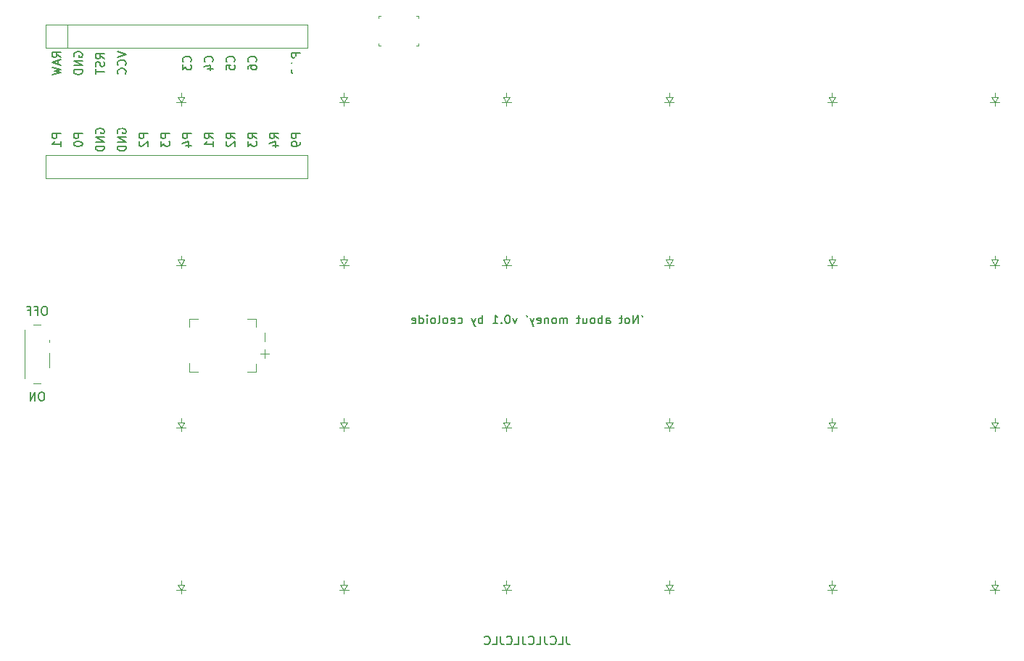
<source format=gbo>
G04 #@! TF.GenerationSoftware,KiCad,Pcbnew,8.0.6+1*
G04 #@! TF.CreationDate,2024-11-11T16:29:32+00:00*
G04 #@! TF.ProjectId,not_about_money,6e6f745f-6162-46f7-9574-5f6d6f6e6579,v1.0.0*
G04 #@! TF.SameCoordinates,Original*
G04 #@! TF.FileFunction,Legend,Bot*
G04 #@! TF.FilePolarity,Positive*
%FSLAX46Y46*%
G04 Gerber Fmt 4.6, Leading zero omitted, Abs format (unit mm)*
G04 Created by KiCad (PCBNEW 8.0.6+1) date 2024-11-11 16:29:32*
%MOMM*%
%LPD*%
G01*
G04 APERTURE LIST*
%ADD10C,0.150000*%
%ADD11C,0.100000*%
%ADD12C,0.120000*%
%ADD13C,2.300000*%
%ADD14C,4.200000*%
%ADD15C,2.000000*%
%ADD16C,3.100000*%
%ADD17C,1.800000*%
%ADD18C,1.000000*%
%ADD19C,0.850000*%
%ADD20O,1.850000X1.300000*%
G04 APERTURE END LIST*
D10*
X152119048Y-104454819D02*
X152119048Y-105169104D01*
X152119048Y-105169104D02*
X152166667Y-105311961D01*
X152166667Y-105311961D02*
X152261905Y-105407200D01*
X152261905Y-105407200D02*
X152404762Y-105454819D01*
X152404762Y-105454819D02*
X152500000Y-105454819D01*
X151166667Y-105454819D02*
X151642857Y-105454819D01*
X151642857Y-105454819D02*
X151642857Y-104454819D01*
X150261905Y-105359580D02*
X150309524Y-105407200D01*
X150309524Y-105407200D02*
X150452381Y-105454819D01*
X150452381Y-105454819D02*
X150547619Y-105454819D01*
X150547619Y-105454819D02*
X150690476Y-105407200D01*
X150690476Y-105407200D02*
X150785714Y-105311961D01*
X150785714Y-105311961D02*
X150833333Y-105216723D01*
X150833333Y-105216723D02*
X150880952Y-105026247D01*
X150880952Y-105026247D02*
X150880952Y-104883390D01*
X150880952Y-104883390D02*
X150833333Y-104692914D01*
X150833333Y-104692914D02*
X150785714Y-104597676D01*
X150785714Y-104597676D02*
X150690476Y-104502438D01*
X150690476Y-104502438D02*
X150547619Y-104454819D01*
X150547619Y-104454819D02*
X150452381Y-104454819D01*
X150452381Y-104454819D02*
X150309524Y-104502438D01*
X150309524Y-104502438D02*
X150261905Y-104550057D01*
X149547619Y-104454819D02*
X149547619Y-105169104D01*
X149547619Y-105169104D02*
X149595238Y-105311961D01*
X149595238Y-105311961D02*
X149690476Y-105407200D01*
X149690476Y-105407200D02*
X149833333Y-105454819D01*
X149833333Y-105454819D02*
X149928571Y-105454819D01*
X148595238Y-105454819D02*
X149071428Y-105454819D01*
X149071428Y-105454819D02*
X149071428Y-104454819D01*
X147690476Y-105359580D02*
X147738095Y-105407200D01*
X147738095Y-105407200D02*
X147880952Y-105454819D01*
X147880952Y-105454819D02*
X147976190Y-105454819D01*
X147976190Y-105454819D02*
X148119047Y-105407200D01*
X148119047Y-105407200D02*
X148214285Y-105311961D01*
X148214285Y-105311961D02*
X148261904Y-105216723D01*
X148261904Y-105216723D02*
X148309523Y-105026247D01*
X148309523Y-105026247D02*
X148309523Y-104883390D01*
X148309523Y-104883390D02*
X148261904Y-104692914D01*
X148261904Y-104692914D02*
X148214285Y-104597676D01*
X148214285Y-104597676D02*
X148119047Y-104502438D01*
X148119047Y-104502438D02*
X147976190Y-104454819D01*
X147976190Y-104454819D02*
X147880952Y-104454819D01*
X147880952Y-104454819D02*
X147738095Y-104502438D01*
X147738095Y-104502438D02*
X147690476Y-104550057D01*
X146976190Y-104454819D02*
X146976190Y-105169104D01*
X146976190Y-105169104D02*
X147023809Y-105311961D01*
X147023809Y-105311961D02*
X147119047Y-105407200D01*
X147119047Y-105407200D02*
X147261904Y-105454819D01*
X147261904Y-105454819D02*
X147357142Y-105454819D01*
X146023809Y-105454819D02*
X146499999Y-105454819D01*
X146499999Y-105454819D02*
X146499999Y-104454819D01*
X145119047Y-105359580D02*
X145166666Y-105407200D01*
X145166666Y-105407200D02*
X145309523Y-105454819D01*
X145309523Y-105454819D02*
X145404761Y-105454819D01*
X145404761Y-105454819D02*
X145547618Y-105407200D01*
X145547618Y-105407200D02*
X145642856Y-105311961D01*
X145642856Y-105311961D02*
X145690475Y-105216723D01*
X145690475Y-105216723D02*
X145738094Y-105026247D01*
X145738094Y-105026247D02*
X145738094Y-104883390D01*
X145738094Y-104883390D02*
X145690475Y-104692914D01*
X145690475Y-104692914D02*
X145642856Y-104597676D01*
X145642856Y-104597676D02*
X145547618Y-104502438D01*
X145547618Y-104502438D02*
X145404761Y-104454819D01*
X145404761Y-104454819D02*
X145309523Y-104454819D01*
X145309523Y-104454819D02*
X145166666Y-104502438D01*
X145166666Y-104502438D02*
X145119047Y-104550057D01*
X144404761Y-104454819D02*
X144404761Y-105169104D01*
X144404761Y-105169104D02*
X144452380Y-105311961D01*
X144452380Y-105311961D02*
X144547618Y-105407200D01*
X144547618Y-105407200D02*
X144690475Y-105454819D01*
X144690475Y-105454819D02*
X144785713Y-105454819D01*
X143452380Y-105454819D02*
X143928570Y-105454819D01*
X143928570Y-105454819D02*
X143928570Y-104454819D01*
X142547618Y-105359580D02*
X142595237Y-105407200D01*
X142595237Y-105407200D02*
X142738094Y-105454819D01*
X142738094Y-105454819D02*
X142833332Y-105454819D01*
X142833332Y-105454819D02*
X142976189Y-105407200D01*
X142976189Y-105407200D02*
X143071427Y-105311961D01*
X143071427Y-105311961D02*
X143119046Y-105216723D01*
X143119046Y-105216723D02*
X143166665Y-105026247D01*
X143166665Y-105026247D02*
X143166665Y-104883390D01*
X143166665Y-104883390D02*
X143119046Y-104692914D01*
X143119046Y-104692914D02*
X143071427Y-104597676D01*
X143071427Y-104597676D02*
X142976189Y-104502438D01*
X142976189Y-104502438D02*
X142833332Y-104454819D01*
X142833332Y-104454819D02*
X142738094Y-104454819D01*
X142738094Y-104454819D02*
X142595237Y-104502438D01*
X142595237Y-104502438D02*
X142547618Y-104550057D01*
X160880953Y-66954819D02*
X160976191Y-67145295D01*
X160452382Y-67954819D02*
X160452382Y-66954819D01*
X160452382Y-66954819D02*
X159880954Y-67954819D01*
X159880954Y-67954819D02*
X159880954Y-66954819D01*
X159261906Y-67954819D02*
X159357144Y-67907200D01*
X159357144Y-67907200D02*
X159404763Y-67859580D01*
X159404763Y-67859580D02*
X159452382Y-67764342D01*
X159452382Y-67764342D02*
X159452382Y-67478628D01*
X159452382Y-67478628D02*
X159404763Y-67383390D01*
X159404763Y-67383390D02*
X159357144Y-67335771D01*
X159357144Y-67335771D02*
X159261906Y-67288152D01*
X159261906Y-67288152D02*
X159119049Y-67288152D01*
X159119049Y-67288152D02*
X159023811Y-67335771D01*
X159023811Y-67335771D02*
X158976192Y-67383390D01*
X158976192Y-67383390D02*
X158928573Y-67478628D01*
X158928573Y-67478628D02*
X158928573Y-67764342D01*
X158928573Y-67764342D02*
X158976192Y-67859580D01*
X158976192Y-67859580D02*
X159023811Y-67907200D01*
X159023811Y-67907200D02*
X159119049Y-67954819D01*
X159119049Y-67954819D02*
X159261906Y-67954819D01*
X158642858Y-67288152D02*
X158261906Y-67288152D01*
X158500001Y-66954819D02*
X158500001Y-67811961D01*
X158500001Y-67811961D02*
X158452382Y-67907200D01*
X158452382Y-67907200D02*
X158357144Y-67954819D01*
X158357144Y-67954819D02*
X158261906Y-67954819D01*
X156738096Y-67954819D02*
X156738096Y-67431009D01*
X156738096Y-67431009D02*
X156785715Y-67335771D01*
X156785715Y-67335771D02*
X156880953Y-67288152D01*
X156880953Y-67288152D02*
X157071429Y-67288152D01*
X157071429Y-67288152D02*
X157166667Y-67335771D01*
X156738096Y-67907200D02*
X156833334Y-67954819D01*
X156833334Y-67954819D02*
X157071429Y-67954819D01*
X157071429Y-67954819D02*
X157166667Y-67907200D01*
X157166667Y-67907200D02*
X157214286Y-67811961D01*
X157214286Y-67811961D02*
X157214286Y-67716723D01*
X157214286Y-67716723D02*
X157166667Y-67621485D01*
X157166667Y-67621485D02*
X157071429Y-67573866D01*
X157071429Y-67573866D02*
X156833334Y-67573866D01*
X156833334Y-67573866D02*
X156738096Y-67526247D01*
X156261905Y-67954819D02*
X156261905Y-66954819D01*
X156261905Y-67335771D02*
X156166667Y-67288152D01*
X156166667Y-67288152D02*
X155976191Y-67288152D01*
X155976191Y-67288152D02*
X155880953Y-67335771D01*
X155880953Y-67335771D02*
X155833334Y-67383390D01*
X155833334Y-67383390D02*
X155785715Y-67478628D01*
X155785715Y-67478628D02*
X155785715Y-67764342D01*
X155785715Y-67764342D02*
X155833334Y-67859580D01*
X155833334Y-67859580D02*
X155880953Y-67907200D01*
X155880953Y-67907200D02*
X155976191Y-67954819D01*
X155976191Y-67954819D02*
X156166667Y-67954819D01*
X156166667Y-67954819D02*
X156261905Y-67907200D01*
X155214286Y-67954819D02*
X155309524Y-67907200D01*
X155309524Y-67907200D02*
X155357143Y-67859580D01*
X155357143Y-67859580D02*
X155404762Y-67764342D01*
X155404762Y-67764342D02*
X155404762Y-67478628D01*
X155404762Y-67478628D02*
X155357143Y-67383390D01*
X155357143Y-67383390D02*
X155309524Y-67335771D01*
X155309524Y-67335771D02*
X155214286Y-67288152D01*
X155214286Y-67288152D02*
X155071429Y-67288152D01*
X155071429Y-67288152D02*
X154976191Y-67335771D01*
X154976191Y-67335771D02*
X154928572Y-67383390D01*
X154928572Y-67383390D02*
X154880953Y-67478628D01*
X154880953Y-67478628D02*
X154880953Y-67764342D01*
X154880953Y-67764342D02*
X154928572Y-67859580D01*
X154928572Y-67859580D02*
X154976191Y-67907200D01*
X154976191Y-67907200D02*
X155071429Y-67954819D01*
X155071429Y-67954819D02*
X155214286Y-67954819D01*
X154023810Y-67288152D02*
X154023810Y-67954819D01*
X154452381Y-67288152D02*
X154452381Y-67811961D01*
X154452381Y-67811961D02*
X154404762Y-67907200D01*
X154404762Y-67907200D02*
X154309524Y-67954819D01*
X154309524Y-67954819D02*
X154166667Y-67954819D01*
X154166667Y-67954819D02*
X154071429Y-67907200D01*
X154071429Y-67907200D02*
X154023810Y-67859580D01*
X153690476Y-67288152D02*
X153309524Y-67288152D01*
X153547619Y-66954819D02*
X153547619Y-67811961D01*
X153547619Y-67811961D02*
X153500000Y-67907200D01*
X153500000Y-67907200D02*
X153404762Y-67954819D01*
X153404762Y-67954819D02*
X153309524Y-67954819D01*
X152214285Y-67954819D02*
X152214285Y-67288152D01*
X152214285Y-67383390D02*
X152166666Y-67335771D01*
X152166666Y-67335771D02*
X152071428Y-67288152D01*
X152071428Y-67288152D02*
X151928571Y-67288152D01*
X151928571Y-67288152D02*
X151833333Y-67335771D01*
X151833333Y-67335771D02*
X151785714Y-67431009D01*
X151785714Y-67431009D02*
X151785714Y-67954819D01*
X151785714Y-67431009D02*
X151738095Y-67335771D01*
X151738095Y-67335771D02*
X151642857Y-67288152D01*
X151642857Y-67288152D02*
X151500000Y-67288152D01*
X151500000Y-67288152D02*
X151404761Y-67335771D01*
X151404761Y-67335771D02*
X151357142Y-67431009D01*
X151357142Y-67431009D02*
X151357142Y-67954819D01*
X150738095Y-67954819D02*
X150833333Y-67907200D01*
X150833333Y-67907200D02*
X150880952Y-67859580D01*
X150880952Y-67859580D02*
X150928571Y-67764342D01*
X150928571Y-67764342D02*
X150928571Y-67478628D01*
X150928571Y-67478628D02*
X150880952Y-67383390D01*
X150880952Y-67383390D02*
X150833333Y-67335771D01*
X150833333Y-67335771D02*
X150738095Y-67288152D01*
X150738095Y-67288152D02*
X150595238Y-67288152D01*
X150595238Y-67288152D02*
X150500000Y-67335771D01*
X150500000Y-67335771D02*
X150452381Y-67383390D01*
X150452381Y-67383390D02*
X150404762Y-67478628D01*
X150404762Y-67478628D02*
X150404762Y-67764342D01*
X150404762Y-67764342D02*
X150452381Y-67859580D01*
X150452381Y-67859580D02*
X150500000Y-67907200D01*
X150500000Y-67907200D02*
X150595238Y-67954819D01*
X150595238Y-67954819D02*
X150738095Y-67954819D01*
X149976190Y-67288152D02*
X149976190Y-67954819D01*
X149976190Y-67383390D02*
X149928571Y-67335771D01*
X149928571Y-67335771D02*
X149833333Y-67288152D01*
X149833333Y-67288152D02*
X149690476Y-67288152D01*
X149690476Y-67288152D02*
X149595238Y-67335771D01*
X149595238Y-67335771D02*
X149547619Y-67431009D01*
X149547619Y-67431009D02*
X149547619Y-67954819D01*
X148690476Y-67907200D02*
X148785714Y-67954819D01*
X148785714Y-67954819D02*
X148976190Y-67954819D01*
X148976190Y-67954819D02*
X149071428Y-67907200D01*
X149071428Y-67907200D02*
X149119047Y-67811961D01*
X149119047Y-67811961D02*
X149119047Y-67431009D01*
X149119047Y-67431009D02*
X149071428Y-67335771D01*
X149071428Y-67335771D02*
X148976190Y-67288152D01*
X148976190Y-67288152D02*
X148785714Y-67288152D01*
X148785714Y-67288152D02*
X148690476Y-67335771D01*
X148690476Y-67335771D02*
X148642857Y-67431009D01*
X148642857Y-67431009D02*
X148642857Y-67526247D01*
X148642857Y-67526247D02*
X149119047Y-67621485D01*
X148309523Y-67288152D02*
X148071428Y-67954819D01*
X147833333Y-67288152D02*
X148071428Y-67954819D01*
X148071428Y-67954819D02*
X148166666Y-68192914D01*
X148166666Y-68192914D02*
X148214285Y-68240533D01*
X148214285Y-68240533D02*
X148309523Y-68288152D01*
X147404761Y-66954819D02*
X147499999Y-67145295D01*
X146309523Y-67288152D02*
X146071428Y-67954819D01*
X146071428Y-67954819D02*
X145833333Y-67288152D01*
X145261904Y-66954819D02*
X145166666Y-66954819D01*
X145166666Y-66954819D02*
X145071428Y-67002438D01*
X145071428Y-67002438D02*
X145023809Y-67050057D01*
X145023809Y-67050057D02*
X144976190Y-67145295D01*
X144976190Y-67145295D02*
X144928571Y-67335771D01*
X144928571Y-67335771D02*
X144928571Y-67573866D01*
X144928571Y-67573866D02*
X144976190Y-67764342D01*
X144976190Y-67764342D02*
X145023809Y-67859580D01*
X145023809Y-67859580D02*
X145071428Y-67907200D01*
X145071428Y-67907200D02*
X145166666Y-67954819D01*
X145166666Y-67954819D02*
X145261904Y-67954819D01*
X145261904Y-67954819D02*
X145357142Y-67907200D01*
X145357142Y-67907200D02*
X145404761Y-67859580D01*
X145404761Y-67859580D02*
X145452380Y-67764342D01*
X145452380Y-67764342D02*
X145499999Y-67573866D01*
X145499999Y-67573866D02*
X145499999Y-67335771D01*
X145499999Y-67335771D02*
X145452380Y-67145295D01*
X145452380Y-67145295D02*
X145404761Y-67050057D01*
X145404761Y-67050057D02*
X145357142Y-67002438D01*
X145357142Y-67002438D02*
X145261904Y-66954819D01*
X144499999Y-67859580D02*
X144452380Y-67907200D01*
X144452380Y-67907200D02*
X144499999Y-67954819D01*
X144499999Y-67954819D02*
X144547618Y-67907200D01*
X144547618Y-67907200D02*
X144499999Y-67859580D01*
X144499999Y-67859580D02*
X144499999Y-67954819D01*
X143500000Y-67954819D02*
X144071428Y-67954819D01*
X143785714Y-67954819D02*
X143785714Y-66954819D01*
X143785714Y-66954819D02*
X143880952Y-67097676D01*
X143880952Y-67097676D02*
X143976190Y-67192914D01*
X143976190Y-67192914D02*
X144071428Y-67240533D01*
X142309523Y-67954819D02*
X142309523Y-66954819D01*
X142309523Y-67335771D02*
X142214285Y-67288152D01*
X142214285Y-67288152D02*
X142023809Y-67288152D01*
X142023809Y-67288152D02*
X141928571Y-67335771D01*
X141928571Y-67335771D02*
X141880952Y-67383390D01*
X141880952Y-67383390D02*
X141833333Y-67478628D01*
X141833333Y-67478628D02*
X141833333Y-67764342D01*
X141833333Y-67764342D02*
X141880952Y-67859580D01*
X141880952Y-67859580D02*
X141928571Y-67907200D01*
X141928571Y-67907200D02*
X142023809Y-67954819D01*
X142023809Y-67954819D02*
X142214285Y-67954819D01*
X142214285Y-67954819D02*
X142309523Y-67907200D01*
X141499999Y-67288152D02*
X141261904Y-67954819D01*
X141023809Y-67288152D02*
X141261904Y-67954819D01*
X141261904Y-67954819D02*
X141357142Y-68192914D01*
X141357142Y-68192914D02*
X141404761Y-68240533D01*
X141404761Y-68240533D02*
X141499999Y-68288152D01*
X139452380Y-67907200D02*
X139547618Y-67954819D01*
X139547618Y-67954819D02*
X139738094Y-67954819D01*
X139738094Y-67954819D02*
X139833332Y-67907200D01*
X139833332Y-67907200D02*
X139880951Y-67859580D01*
X139880951Y-67859580D02*
X139928570Y-67764342D01*
X139928570Y-67764342D02*
X139928570Y-67478628D01*
X139928570Y-67478628D02*
X139880951Y-67383390D01*
X139880951Y-67383390D02*
X139833332Y-67335771D01*
X139833332Y-67335771D02*
X139738094Y-67288152D01*
X139738094Y-67288152D02*
X139547618Y-67288152D01*
X139547618Y-67288152D02*
X139452380Y-67335771D01*
X138642856Y-67907200D02*
X138738094Y-67954819D01*
X138738094Y-67954819D02*
X138928570Y-67954819D01*
X138928570Y-67954819D02*
X139023808Y-67907200D01*
X139023808Y-67907200D02*
X139071427Y-67811961D01*
X139071427Y-67811961D02*
X139071427Y-67431009D01*
X139071427Y-67431009D02*
X139023808Y-67335771D01*
X139023808Y-67335771D02*
X138928570Y-67288152D01*
X138928570Y-67288152D02*
X138738094Y-67288152D01*
X138738094Y-67288152D02*
X138642856Y-67335771D01*
X138642856Y-67335771D02*
X138595237Y-67431009D01*
X138595237Y-67431009D02*
X138595237Y-67526247D01*
X138595237Y-67526247D02*
X139071427Y-67621485D01*
X138023808Y-67954819D02*
X138119046Y-67907200D01*
X138119046Y-67907200D02*
X138166665Y-67859580D01*
X138166665Y-67859580D02*
X138214284Y-67764342D01*
X138214284Y-67764342D02*
X138214284Y-67478628D01*
X138214284Y-67478628D02*
X138166665Y-67383390D01*
X138166665Y-67383390D02*
X138119046Y-67335771D01*
X138119046Y-67335771D02*
X138023808Y-67288152D01*
X138023808Y-67288152D02*
X137880951Y-67288152D01*
X137880951Y-67288152D02*
X137785713Y-67335771D01*
X137785713Y-67335771D02*
X137738094Y-67383390D01*
X137738094Y-67383390D02*
X137690475Y-67478628D01*
X137690475Y-67478628D02*
X137690475Y-67764342D01*
X137690475Y-67764342D02*
X137738094Y-67859580D01*
X137738094Y-67859580D02*
X137785713Y-67907200D01*
X137785713Y-67907200D02*
X137880951Y-67954819D01*
X137880951Y-67954819D02*
X138023808Y-67954819D01*
X137119046Y-67954819D02*
X137214284Y-67907200D01*
X137214284Y-67907200D02*
X137261903Y-67811961D01*
X137261903Y-67811961D02*
X137261903Y-66954819D01*
X136595236Y-67954819D02*
X136690474Y-67907200D01*
X136690474Y-67907200D02*
X136738093Y-67859580D01*
X136738093Y-67859580D02*
X136785712Y-67764342D01*
X136785712Y-67764342D02*
X136785712Y-67478628D01*
X136785712Y-67478628D02*
X136738093Y-67383390D01*
X136738093Y-67383390D02*
X136690474Y-67335771D01*
X136690474Y-67335771D02*
X136595236Y-67288152D01*
X136595236Y-67288152D02*
X136452379Y-67288152D01*
X136452379Y-67288152D02*
X136357141Y-67335771D01*
X136357141Y-67335771D02*
X136309522Y-67383390D01*
X136309522Y-67383390D02*
X136261903Y-67478628D01*
X136261903Y-67478628D02*
X136261903Y-67764342D01*
X136261903Y-67764342D02*
X136309522Y-67859580D01*
X136309522Y-67859580D02*
X136357141Y-67907200D01*
X136357141Y-67907200D02*
X136452379Y-67954819D01*
X136452379Y-67954819D02*
X136595236Y-67954819D01*
X135833331Y-67954819D02*
X135833331Y-67288152D01*
X135833331Y-66954819D02*
X135880950Y-67002438D01*
X135880950Y-67002438D02*
X135833331Y-67050057D01*
X135833331Y-67050057D02*
X135785712Y-67002438D01*
X135785712Y-67002438D02*
X135833331Y-66954819D01*
X135833331Y-66954819D02*
X135833331Y-67050057D01*
X134928570Y-67954819D02*
X134928570Y-66954819D01*
X134928570Y-67907200D02*
X135023808Y-67954819D01*
X135023808Y-67954819D02*
X135214284Y-67954819D01*
X135214284Y-67954819D02*
X135309522Y-67907200D01*
X135309522Y-67907200D02*
X135357141Y-67859580D01*
X135357141Y-67859580D02*
X135404760Y-67764342D01*
X135404760Y-67764342D02*
X135404760Y-67478628D01*
X135404760Y-67478628D02*
X135357141Y-67383390D01*
X135357141Y-67383390D02*
X135309522Y-67335771D01*
X135309522Y-67335771D02*
X135214284Y-67288152D01*
X135214284Y-67288152D02*
X135023808Y-67288152D01*
X135023808Y-67288152D02*
X134928570Y-67335771D01*
X134071427Y-67907200D02*
X134166665Y-67954819D01*
X134166665Y-67954819D02*
X134357141Y-67954819D01*
X134357141Y-67954819D02*
X134452379Y-67907200D01*
X134452379Y-67907200D02*
X134499998Y-67811961D01*
X134499998Y-67811961D02*
X134499998Y-67431009D01*
X134499998Y-67431009D02*
X134452379Y-67335771D01*
X134452379Y-67335771D02*
X134357141Y-67288152D01*
X134357141Y-67288152D02*
X134166665Y-67288152D01*
X134166665Y-67288152D02*
X134071427Y-67335771D01*
X134071427Y-67335771D02*
X134023808Y-67431009D01*
X134023808Y-67431009D02*
X134023808Y-67526247D01*
X134023808Y-67526247D02*
X134499998Y-67621485D01*
X93054819Y-45731905D02*
X92054819Y-45731905D01*
X92054819Y-45731905D02*
X92054819Y-46112857D01*
X92054819Y-46112857D02*
X92102438Y-46208095D01*
X92102438Y-46208095D02*
X92150057Y-46255714D01*
X92150057Y-46255714D02*
X92245295Y-46303333D01*
X92245295Y-46303333D02*
X92388152Y-46303333D01*
X92388152Y-46303333D02*
X92483390Y-46255714D01*
X92483390Y-46255714D02*
X92531009Y-46208095D01*
X92531009Y-46208095D02*
X92578628Y-46112857D01*
X92578628Y-46112857D02*
X92578628Y-45731905D01*
X93054819Y-47255714D02*
X93054819Y-46684286D01*
X93054819Y-46970000D02*
X92054819Y-46970000D01*
X92054819Y-46970000D02*
X92197676Y-46874762D01*
X92197676Y-46874762D02*
X92292914Y-46779524D01*
X92292914Y-46779524D02*
X92340533Y-46684286D01*
X93054819Y-36839523D02*
X92578628Y-36506190D01*
X93054819Y-36268095D02*
X92054819Y-36268095D01*
X92054819Y-36268095D02*
X92054819Y-36649047D01*
X92054819Y-36649047D02*
X92102438Y-36744285D01*
X92102438Y-36744285D02*
X92150057Y-36791904D01*
X92150057Y-36791904D02*
X92245295Y-36839523D01*
X92245295Y-36839523D02*
X92388152Y-36839523D01*
X92388152Y-36839523D02*
X92483390Y-36791904D01*
X92483390Y-36791904D02*
X92531009Y-36744285D01*
X92531009Y-36744285D02*
X92578628Y-36649047D01*
X92578628Y-36649047D02*
X92578628Y-36268095D01*
X92769104Y-37220476D02*
X92769104Y-37696666D01*
X93054819Y-37125238D02*
X92054819Y-37458571D01*
X92054819Y-37458571D02*
X93054819Y-37791904D01*
X92054819Y-38030000D02*
X93054819Y-38268095D01*
X93054819Y-38268095D02*
X92340533Y-38458571D01*
X92340533Y-38458571D02*
X93054819Y-38649047D01*
X93054819Y-38649047D02*
X92054819Y-38887143D01*
X95594819Y-45731905D02*
X94594819Y-45731905D01*
X94594819Y-45731905D02*
X94594819Y-46112857D01*
X94594819Y-46112857D02*
X94642438Y-46208095D01*
X94642438Y-46208095D02*
X94690057Y-46255714D01*
X94690057Y-46255714D02*
X94785295Y-46303333D01*
X94785295Y-46303333D02*
X94928152Y-46303333D01*
X94928152Y-46303333D02*
X95023390Y-46255714D01*
X95023390Y-46255714D02*
X95071009Y-46208095D01*
X95071009Y-46208095D02*
X95118628Y-46112857D01*
X95118628Y-46112857D02*
X95118628Y-45731905D01*
X94594819Y-46922381D02*
X94594819Y-47017619D01*
X94594819Y-47017619D02*
X94642438Y-47112857D01*
X94642438Y-47112857D02*
X94690057Y-47160476D01*
X94690057Y-47160476D02*
X94785295Y-47208095D01*
X94785295Y-47208095D02*
X94975771Y-47255714D01*
X94975771Y-47255714D02*
X95213866Y-47255714D01*
X95213866Y-47255714D02*
X95404342Y-47208095D01*
X95404342Y-47208095D02*
X95499580Y-47160476D01*
X95499580Y-47160476D02*
X95547200Y-47112857D01*
X95547200Y-47112857D02*
X95594819Y-47017619D01*
X95594819Y-47017619D02*
X95594819Y-46922381D01*
X95594819Y-46922381D02*
X95547200Y-46827143D01*
X95547200Y-46827143D02*
X95499580Y-46779524D01*
X95499580Y-46779524D02*
X95404342Y-46731905D01*
X95404342Y-46731905D02*
X95213866Y-46684286D01*
X95213866Y-46684286D02*
X94975771Y-46684286D01*
X94975771Y-46684286D02*
X94785295Y-46731905D01*
X94785295Y-46731905D02*
X94690057Y-46779524D01*
X94690057Y-46779524D02*
X94642438Y-46827143D01*
X94642438Y-46827143D02*
X94594819Y-46922381D01*
X94642438Y-36768095D02*
X94594819Y-36672857D01*
X94594819Y-36672857D02*
X94594819Y-36530000D01*
X94594819Y-36530000D02*
X94642438Y-36387143D01*
X94642438Y-36387143D02*
X94737676Y-36291905D01*
X94737676Y-36291905D02*
X94832914Y-36244286D01*
X94832914Y-36244286D02*
X95023390Y-36196667D01*
X95023390Y-36196667D02*
X95166247Y-36196667D01*
X95166247Y-36196667D02*
X95356723Y-36244286D01*
X95356723Y-36244286D02*
X95451961Y-36291905D01*
X95451961Y-36291905D02*
X95547200Y-36387143D01*
X95547200Y-36387143D02*
X95594819Y-36530000D01*
X95594819Y-36530000D02*
X95594819Y-36625238D01*
X95594819Y-36625238D02*
X95547200Y-36768095D01*
X95547200Y-36768095D02*
X95499580Y-36815714D01*
X95499580Y-36815714D02*
X95166247Y-36815714D01*
X95166247Y-36815714D02*
X95166247Y-36625238D01*
X95594819Y-37244286D02*
X94594819Y-37244286D01*
X94594819Y-37244286D02*
X95594819Y-37815714D01*
X95594819Y-37815714D02*
X94594819Y-37815714D01*
X95594819Y-38291905D02*
X94594819Y-38291905D01*
X94594819Y-38291905D02*
X94594819Y-38530000D01*
X94594819Y-38530000D02*
X94642438Y-38672857D01*
X94642438Y-38672857D02*
X94737676Y-38768095D01*
X94737676Y-38768095D02*
X94832914Y-38815714D01*
X94832914Y-38815714D02*
X95023390Y-38863333D01*
X95023390Y-38863333D02*
X95166247Y-38863333D01*
X95166247Y-38863333D02*
X95356723Y-38815714D01*
X95356723Y-38815714D02*
X95451961Y-38768095D01*
X95451961Y-38768095D02*
X95547200Y-38672857D01*
X95547200Y-38672857D02*
X95594819Y-38530000D01*
X95594819Y-38530000D02*
X95594819Y-38291905D01*
X97182438Y-45708095D02*
X97134819Y-45612857D01*
X97134819Y-45612857D02*
X97134819Y-45470000D01*
X97134819Y-45470000D02*
X97182438Y-45327143D01*
X97182438Y-45327143D02*
X97277676Y-45231905D01*
X97277676Y-45231905D02*
X97372914Y-45184286D01*
X97372914Y-45184286D02*
X97563390Y-45136667D01*
X97563390Y-45136667D02*
X97706247Y-45136667D01*
X97706247Y-45136667D02*
X97896723Y-45184286D01*
X97896723Y-45184286D02*
X97991961Y-45231905D01*
X97991961Y-45231905D02*
X98087200Y-45327143D01*
X98087200Y-45327143D02*
X98134819Y-45470000D01*
X98134819Y-45470000D02*
X98134819Y-45565238D01*
X98134819Y-45565238D02*
X98087200Y-45708095D01*
X98087200Y-45708095D02*
X98039580Y-45755714D01*
X98039580Y-45755714D02*
X97706247Y-45755714D01*
X97706247Y-45755714D02*
X97706247Y-45565238D01*
X98134819Y-46184286D02*
X97134819Y-46184286D01*
X97134819Y-46184286D02*
X98134819Y-46755714D01*
X98134819Y-46755714D02*
X97134819Y-46755714D01*
X98134819Y-47231905D02*
X97134819Y-47231905D01*
X97134819Y-47231905D02*
X97134819Y-47470000D01*
X97134819Y-47470000D02*
X97182438Y-47612857D01*
X97182438Y-47612857D02*
X97277676Y-47708095D01*
X97277676Y-47708095D02*
X97372914Y-47755714D01*
X97372914Y-47755714D02*
X97563390Y-47803333D01*
X97563390Y-47803333D02*
X97706247Y-47803333D01*
X97706247Y-47803333D02*
X97896723Y-47755714D01*
X97896723Y-47755714D02*
X97991961Y-47708095D01*
X97991961Y-47708095D02*
X98087200Y-47612857D01*
X98087200Y-47612857D02*
X98134819Y-47470000D01*
X98134819Y-47470000D02*
X98134819Y-47231905D01*
X98134819Y-36982380D02*
X97658628Y-36649047D01*
X98134819Y-36410952D02*
X97134819Y-36410952D01*
X97134819Y-36410952D02*
X97134819Y-36791904D01*
X97134819Y-36791904D02*
X97182438Y-36887142D01*
X97182438Y-36887142D02*
X97230057Y-36934761D01*
X97230057Y-36934761D02*
X97325295Y-36982380D01*
X97325295Y-36982380D02*
X97468152Y-36982380D01*
X97468152Y-36982380D02*
X97563390Y-36934761D01*
X97563390Y-36934761D02*
X97611009Y-36887142D01*
X97611009Y-36887142D02*
X97658628Y-36791904D01*
X97658628Y-36791904D02*
X97658628Y-36410952D01*
X98087200Y-37363333D02*
X98134819Y-37506190D01*
X98134819Y-37506190D02*
X98134819Y-37744285D01*
X98134819Y-37744285D02*
X98087200Y-37839523D01*
X98087200Y-37839523D02*
X98039580Y-37887142D01*
X98039580Y-37887142D02*
X97944342Y-37934761D01*
X97944342Y-37934761D02*
X97849104Y-37934761D01*
X97849104Y-37934761D02*
X97753866Y-37887142D01*
X97753866Y-37887142D02*
X97706247Y-37839523D01*
X97706247Y-37839523D02*
X97658628Y-37744285D01*
X97658628Y-37744285D02*
X97611009Y-37553809D01*
X97611009Y-37553809D02*
X97563390Y-37458571D01*
X97563390Y-37458571D02*
X97515771Y-37410952D01*
X97515771Y-37410952D02*
X97420533Y-37363333D01*
X97420533Y-37363333D02*
X97325295Y-37363333D01*
X97325295Y-37363333D02*
X97230057Y-37410952D01*
X97230057Y-37410952D02*
X97182438Y-37458571D01*
X97182438Y-37458571D02*
X97134819Y-37553809D01*
X97134819Y-37553809D02*
X97134819Y-37791904D01*
X97134819Y-37791904D02*
X97182438Y-37934761D01*
X97134819Y-38220476D02*
X97134819Y-38791904D01*
X98134819Y-38506190D02*
X97134819Y-38506190D01*
X99722438Y-45708095D02*
X99674819Y-45612857D01*
X99674819Y-45612857D02*
X99674819Y-45470000D01*
X99674819Y-45470000D02*
X99722438Y-45327143D01*
X99722438Y-45327143D02*
X99817676Y-45231905D01*
X99817676Y-45231905D02*
X99912914Y-45184286D01*
X99912914Y-45184286D02*
X100103390Y-45136667D01*
X100103390Y-45136667D02*
X100246247Y-45136667D01*
X100246247Y-45136667D02*
X100436723Y-45184286D01*
X100436723Y-45184286D02*
X100531961Y-45231905D01*
X100531961Y-45231905D02*
X100627200Y-45327143D01*
X100627200Y-45327143D02*
X100674819Y-45470000D01*
X100674819Y-45470000D02*
X100674819Y-45565238D01*
X100674819Y-45565238D02*
X100627200Y-45708095D01*
X100627200Y-45708095D02*
X100579580Y-45755714D01*
X100579580Y-45755714D02*
X100246247Y-45755714D01*
X100246247Y-45755714D02*
X100246247Y-45565238D01*
X100674819Y-46184286D02*
X99674819Y-46184286D01*
X99674819Y-46184286D02*
X100674819Y-46755714D01*
X100674819Y-46755714D02*
X99674819Y-46755714D01*
X100674819Y-47231905D02*
X99674819Y-47231905D01*
X99674819Y-47231905D02*
X99674819Y-47470000D01*
X99674819Y-47470000D02*
X99722438Y-47612857D01*
X99722438Y-47612857D02*
X99817676Y-47708095D01*
X99817676Y-47708095D02*
X99912914Y-47755714D01*
X99912914Y-47755714D02*
X100103390Y-47803333D01*
X100103390Y-47803333D02*
X100246247Y-47803333D01*
X100246247Y-47803333D02*
X100436723Y-47755714D01*
X100436723Y-47755714D02*
X100531961Y-47708095D01*
X100531961Y-47708095D02*
X100627200Y-47612857D01*
X100627200Y-47612857D02*
X100674819Y-47470000D01*
X100674819Y-47470000D02*
X100674819Y-47231905D01*
X99674819Y-36196667D02*
X100674819Y-36530000D01*
X100674819Y-36530000D02*
X99674819Y-36863333D01*
X100579580Y-37768095D02*
X100627200Y-37720476D01*
X100627200Y-37720476D02*
X100674819Y-37577619D01*
X100674819Y-37577619D02*
X100674819Y-37482381D01*
X100674819Y-37482381D02*
X100627200Y-37339524D01*
X100627200Y-37339524D02*
X100531961Y-37244286D01*
X100531961Y-37244286D02*
X100436723Y-37196667D01*
X100436723Y-37196667D02*
X100246247Y-37149048D01*
X100246247Y-37149048D02*
X100103390Y-37149048D01*
X100103390Y-37149048D02*
X99912914Y-37196667D01*
X99912914Y-37196667D02*
X99817676Y-37244286D01*
X99817676Y-37244286D02*
X99722438Y-37339524D01*
X99722438Y-37339524D02*
X99674819Y-37482381D01*
X99674819Y-37482381D02*
X99674819Y-37577619D01*
X99674819Y-37577619D02*
X99722438Y-37720476D01*
X99722438Y-37720476D02*
X99770057Y-37768095D01*
X100579580Y-38768095D02*
X100627200Y-38720476D01*
X100627200Y-38720476D02*
X100674819Y-38577619D01*
X100674819Y-38577619D02*
X100674819Y-38482381D01*
X100674819Y-38482381D02*
X100627200Y-38339524D01*
X100627200Y-38339524D02*
X100531961Y-38244286D01*
X100531961Y-38244286D02*
X100436723Y-38196667D01*
X100436723Y-38196667D02*
X100246247Y-38149048D01*
X100246247Y-38149048D02*
X100103390Y-38149048D01*
X100103390Y-38149048D02*
X99912914Y-38196667D01*
X99912914Y-38196667D02*
X99817676Y-38244286D01*
X99817676Y-38244286D02*
X99722438Y-38339524D01*
X99722438Y-38339524D02*
X99674819Y-38482381D01*
X99674819Y-38482381D02*
X99674819Y-38577619D01*
X99674819Y-38577619D02*
X99722438Y-38720476D01*
X99722438Y-38720476D02*
X99770057Y-38768095D01*
X103214819Y-45731905D02*
X102214819Y-45731905D01*
X102214819Y-45731905D02*
X102214819Y-46112857D01*
X102214819Y-46112857D02*
X102262438Y-46208095D01*
X102262438Y-46208095D02*
X102310057Y-46255714D01*
X102310057Y-46255714D02*
X102405295Y-46303333D01*
X102405295Y-46303333D02*
X102548152Y-46303333D01*
X102548152Y-46303333D02*
X102643390Y-46255714D01*
X102643390Y-46255714D02*
X102691009Y-46208095D01*
X102691009Y-46208095D02*
X102738628Y-46112857D01*
X102738628Y-46112857D02*
X102738628Y-45731905D01*
X102310057Y-46684286D02*
X102262438Y-46731905D01*
X102262438Y-46731905D02*
X102214819Y-46827143D01*
X102214819Y-46827143D02*
X102214819Y-47065238D01*
X102214819Y-47065238D02*
X102262438Y-47160476D01*
X102262438Y-47160476D02*
X102310057Y-47208095D01*
X102310057Y-47208095D02*
X102405295Y-47255714D01*
X102405295Y-47255714D02*
X102500533Y-47255714D01*
X102500533Y-47255714D02*
X102643390Y-47208095D01*
X102643390Y-47208095D02*
X103214819Y-46636667D01*
X103214819Y-46636667D02*
X103214819Y-47255714D01*
X103119580Y-37363333D02*
X103167200Y-37315714D01*
X103167200Y-37315714D02*
X103214819Y-37172857D01*
X103214819Y-37172857D02*
X103214819Y-37077619D01*
X103214819Y-37077619D02*
X103167200Y-36934762D01*
X103167200Y-36934762D02*
X103071961Y-36839524D01*
X103071961Y-36839524D02*
X102976723Y-36791905D01*
X102976723Y-36791905D02*
X102786247Y-36744286D01*
X102786247Y-36744286D02*
X102643390Y-36744286D01*
X102643390Y-36744286D02*
X102452914Y-36791905D01*
X102452914Y-36791905D02*
X102357676Y-36839524D01*
X102357676Y-36839524D02*
X102262438Y-36934762D01*
X102262438Y-36934762D02*
X102214819Y-37077619D01*
X102214819Y-37077619D02*
X102214819Y-37172857D01*
X102214819Y-37172857D02*
X102262438Y-37315714D01*
X102262438Y-37315714D02*
X102310057Y-37363333D01*
X103214819Y-38315714D02*
X103214819Y-37744286D01*
X103214819Y-38030000D02*
X102214819Y-38030000D01*
X102214819Y-38030000D02*
X102357676Y-37934762D01*
X102357676Y-37934762D02*
X102452914Y-37839524D01*
X102452914Y-37839524D02*
X102500533Y-37744286D01*
X105754819Y-45731905D02*
X104754819Y-45731905D01*
X104754819Y-45731905D02*
X104754819Y-46112857D01*
X104754819Y-46112857D02*
X104802438Y-46208095D01*
X104802438Y-46208095D02*
X104850057Y-46255714D01*
X104850057Y-46255714D02*
X104945295Y-46303333D01*
X104945295Y-46303333D02*
X105088152Y-46303333D01*
X105088152Y-46303333D02*
X105183390Y-46255714D01*
X105183390Y-46255714D02*
X105231009Y-46208095D01*
X105231009Y-46208095D02*
X105278628Y-46112857D01*
X105278628Y-46112857D02*
X105278628Y-45731905D01*
X104754819Y-46636667D02*
X104754819Y-47255714D01*
X104754819Y-47255714D02*
X105135771Y-46922381D01*
X105135771Y-46922381D02*
X105135771Y-47065238D01*
X105135771Y-47065238D02*
X105183390Y-47160476D01*
X105183390Y-47160476D02*
X105231009Y-47208095D01*
X105231009Y-47208095D02*
X105326247Y-47255714D01*
X105326247Y-47255714D02*
X105564342Y-47255714D01*
X105564342Y-47255714D02*
X105659580Y-47208095D01*
X105659580Y-47208095D02*
X105707200Y-47160476D01*
X105707200Y-47160476D02*
X105754819Y-47065238D01*
X105754819Y-47065238D02*
X105754819Y-46779524D01*
X105754819Y-46779524D02*
X105707200Y-46684286D01*
X105707200Y-46684286D02*
X105659580Y-46636667D01*
X105659580Y-37363333D02*
X105707200Y-37315714D01*
X105707200Y-37315714D02*
X105754819Y-37172857D01*
X105754819Y-37172857D02*
X105754819Y-37077619D01*
X105754819Y-37077619D02*
X105707200Y-36934762D01*
X105707200Y-36934762D02*
X105611961Y-36839524D01*
X105611961Y-36839524D02*
X105516723Y-36791905D01*
X105516723Y-36791905D02*
X105326247Y-36744286D01*
X105326247Y-36744286D02*
X105183390Y-36744286D01*
X105183390Y-36744286D02*
X104992914Y-36791905D01*
X104992914Y-36791905D02*
X104897676Y-36839524D01*
X104897676Y-36839524D02*
X104802438Y-36934762D01*
X104802438Y-36934762D02*
X104754819Y-37077619D01*
X104754819Y-37077619D02*
X104754819Y-37172857D01*
X104754819Y-37172857D02*
X104802438Y-37315714D01*
X104802438Y-37315714D02*
X104850057Y-37363333D01*
X104850057Y-37744286D02*
X104802438Y-37791905D01*
X104802438Y-37791905D02*
X104754819Y-37887143D01*
X104754819Y-37887143D02*
X104754819Y-38125238D01*
X104754819Y-38125238D02*
X104802438Y-38220476D01*
X104802438Y-38220476D02*
X104850057Y-38268095D01*
X104850057Y-38268095D02*
X104945295Y-38315714D01*
X104945295Y-38315714D02*
X105040533Y-38315714D01*
X105040533Y-38315714D02*
X105183390Y-38268095D01*
X105183390Y-38268095D02*
X105754819Y-37696667D01*
X105754819Y-37696667D02*
X105754819Y-38315714D01*
X108294819Y-45731905D02*
X107294819Y-45731905D01*
X107294819Y-45731905D02*
X107294819Y-46112857D01*
X107294819Y-46112857D02*
X107342438Y-46208095D01*
X107342438Y-46208095D02*
X107390057Y-46255714D01*
X107390057Y-46255714D02*
X107485295Y-46303333D01*
X107485295Y-46303333D02*
X107628152Y-46303333D01*
X107628152Y-46303333D02*
X107723390Y-46255714D01*
X107723390Y-46255714D02*
X107771009Y-46208095D01*
X107771009Y-46208095D02*
X107818628Y-46112857D01*
X107818628Y-46112857D02*
X107818628Y-45731905D01*
X107628152Y-47160476D02*
X108294819Y-47160476D01*
X107247200Y-46922381D02*
X107961485Y-46684286D01*
X107961485Y-46684286D02*
X107961485Y-47303333D01*
X108199580Y-37363333D02*
X108247200Y-37315714D01*
X108247200Y-37315714D02*
X108294819Y-37172857D01*
X108294819Y-37172857D02*
X108294819Y-37077619D01*
X108294819Y-37077619D02*
X108247200Y-36934762D01*
X108247200Y-36934762D02*
X108151961Y-36839524D01*
X108151961Y-36839524D02*
X108056723Y-36791905D01*
X108056723Y-36791905D02*
X107866247Y-36744286D01*
X107866247Y-36744286D02*
X107723390Y-36744286D01*
X107723390Y-36744286D02*
X107532914Y-36791905D01*
X107532914Y-36791905D02*
X107437676Y-36839524D01*
X107437676Y-36839524D02*
X107342438Y-36934762D01*
X107342438Y-36934762D02*
X107294819Y-37077619D01*
X107294819Y-37077619D02*
X107294819Y-37172857D01*
X107294819Y-37172857D02*
X107342438Y-37315714D01*
X107342438Y-37315714D02*
X107390057Y-37363333D01*
X107294819Y-37696667D02*
X107294819Y-38315714D01*
X107294819Y-38315714D02*
X107675771Y-37982381D01*
X107675771Y-37982381D02*
X107675771Y-38125238D01*
X107675771Y-38125238D02*
X107723390Y-38220476D01*
X107723390Y-38220476D02*
X107771009Y-38268095D01*
X107771009Y-38268095D02*
X107866247Y-38315714D01*
X107866247Y-38315714D02*
X108104342Y-38315714D01*
X108104342Y-38315714D02*
X108199580Y-38268095D01*
X108199580Y-38268095D02*
X108247200Y-38220476D01*
X108247200Y-38220476D02*
X108294819Y-38125238D01*
X108294819Y-38125238D02*
X108294819Y-37839524D01*
X108294819Y-37839524D02*
X108247200Y-37744286D01*
X108247200Y-37744286D02*
X108199580Y-37696667D01*
X110834819Y-46303333D02*
X110358628Y-45970000D01*
X110834819Y-45731905D02*
X109834819Y-45731905D01*
X109834819Y-45731905D02*
X109834819Y-46112857D01*
X109834819Y-46112857D02*
X109882438Y-46208095D01*
X109882438Y-46208095D02*
X109930057Y-46255714D01*
X109930057Y-46255714D02*
X110025295Y-46303333D01*
X110025295Y-46303333D02*
X110168152Y-46303333D01*
X110168152Y-46303333D02*
X110263390Y-46255714D01*
X110263390Y-46255714D02*
X110311009Y-46208095D01*
X110311009Y-46208095D02*
X110358628Y-46112857D01*
X110358628Y-46112857D02*
X110358628Y-45731905D01*
X110834819Y-47255714D02*
X110834819Y-46684286D01*
X110834819Y-46970000D02*
X109834819Y-46970000D01*
X109834819Y-46970000D02*
X109977676Y-46874762D01*
X109977676Y-46874762D02*
X110072914Y-46779524D01*
X110072914Y-46779524D02*
X110120533Y-46684286D01*
X110739580Y-37363333D02*
X110787200Y-37315714D01*
X110787200Y-37315714D02*
X110834819Y-37172857D01*
X110834819Y-37172857D02*
X110834819Y-37077619D01*
X110834819Y-37077619D02*
X110787200Y-36934762D01*
X110787200Y-36934762D02*
X110691961Y-36839524D01*
X110691961Y-36839524D02*
X110596723Y-36791905D01*
X110596723Y-36791905D02*
X110406247Y-36744286D01*
X110406247Y-36744286D02*
X110263390Y-36744286D01*
X110263390Y-36744286D02*
X110072914Y-36791905D01*
X110072914Y-36791905D02*
X109977676Y-36839524D01*
X109977676Y-36839524D02*
X109882438Y-36934762D01*
X109882438Y-36934762D02*
X109834819Y-37077619D01*
X109834819Y-37077619D02*
X109834819Y-37172857D01*
X109834819Y-37172857D02*
X109882438Y-37315714D01*
X109882438Y-37315714D02*
X109930057Y-37363333D01*
X110168152Y-38220476D02*
X110834819Y-38220476D01*
X109787200Y-37982381D02*
X110501485Y-37744286D01*
X110501485Y-37744286D02*
X110501485Y-38363333D01*
X113374819Y-46303333D02*
X112898628Y-45970000D01*
X113374819Y-45731905D02*
X112374819Y-45731905D01*
X112374819Y-45731905D02*
X112374819Y-46112857D01*
X112374819Y-46112857D02*
X112422438Y-46208095D01*
X112422438Y-46208095D02*
X112470057Y-46255714D01*
X112470057Y-46255714D02*
X112565295Y-46303333D01*
X112565295Y-46303333D02*
X112708152Y-46303333D01*
X112708152Y-46303333D02*
X112803390Y-46255714D01*
X112803390Y-46255714D02*
X112851009Y-46208095D01*
X112851009Y-46208095D02*
X112898628Y-46112857D01*
X112898628Y-46112857D02*
X112898628Y-45731905D01*
X112470057Y-46684286D02*
X112422438Y-46731905D01*
X112422438Y-46731905D02*
X112374819Y-46827143D01*
X112374819Y-46827143D02*
X112374819Y-47065238D01*
X112374819Y-47065238D02*
X112422438Y-47160476D01*
X112422438Y-47160476D02*
X112470057Y-47208095D01*
X112470057Y-47208095D02*
X112565295Y-47255714D01*
X112565295Y-47255714D02*
X112660533Y-47255714D01*
X112660533Y-47255714D02*
X112803390Y-47208095D01*
X112803390Y-47208095D02*
X113374819Y-46636667D01*
X113374819Y-46636667D02*
X113374819Y-47255714D01*
X113279580Y-37363333D02*
X113327200Y-37315714D01*
X113327200Y-37315714D02*
X113374819Y-37172857D01*
X113374819Y-37172857D02*
X113374819Y-37077619D01*
X113374819Y-37077619D02*
X113327200Y-36934762D01*
X113327200Y-36934762D02*
X113231961Y-36839524D01*
X113231961Y-36839524D02*
X113136723Y-36791905D01*
X113136723Y-36791905D02*
X112946247Y-36744286D01*
X112946247Y-36744286D02*
X112803390Y-36744286D01*
X112803390Y-36744286D02*
X112612914Y-36791905D01*
X112612914Y-36791905D02*
X112517676Y-36839524D01*
X112517676Y-36839524D02*
X112422438Y-36934762D01*
X112422438Y-36934762D02*
X112374819Y-37077619D01*
X112374819Y-37077619D02*
X112374819Y-37172857D01*
X112374819Y-37172857D02*
X112422438Y-37315714D01*
X112422438Y-37315714D02*
X112470057Y-37363333D01*
X112374819Y-38268095D02*
X112374819Y-37791905D01*
X112374819Y-37791905D02*
X112851009Y-37744286D01*
X112851009Y-37744286D02*
X112803390Y-37791905D01*
X112803390Y-37791905D02*
X112755771Y-37887143D01*
X112755771Y-37887143D02*
X112755771Y-38125238D01*
X112755771Y-38125238D02*
X112803390Y-38220476D01*
X112803390Y-38220476D02*
X112851009Y-38268095D01*
X112851009Y-38268095D02*
X112946247Y-38315714D01*
X112946247Y-38315714D02*
X113184342Y-38315714D01*
X113184342Y-38315714D02*
X113279580Y-38268095D01*
X113279580Y-38268095D02*
X113327200Y-38220476D01*
X113327200Y-38220476D02*
X113374819Y-38125238D01*
X113374819Y-38125238D02*
X113374819Y-37887143D01*
X113374819Y-37887143D02*
X113327200Y-37791905D01*
X113327200Y-37791905D02*
X113279580Y-37744286D01*
X115914819Y-46303333D02*
X115438628Y-45970000D01*
X115914819Y-45731905D02*
X114914819Y-45731905D01*
X114914819Y-45731905D02*
X114914819Y-46112857D01*
X114914819Y-46112857D02*
X114962438Y-46208095D01*
X114962438Y-46208095D02*
X115010057Y-46255714D01*
X115010057Y-46255714D02*
X115105295Y-46303333D01*
X115105295Y-46303333D02*
X115248152Y-46303333D01*
X115248152Y-46303333D02*
X115343390Y-46255714D01*
X115343390Y-46255714D02*
X115391009Y-46208095D01*
X115391009Y-46208095D02*
X115438628Y-46112857D01*
X115438628Y-46112857D02*
X115438628Y-45731905D01*
X114914819Y-46636667D02*
X114914819Y-47255714D01*
X114914819Y-47255714D02*
X115295771Y-46922381D01*
X115295771Y-46922381D02*
X115295771Y-47065238D01*
X115295771Y-47065238D02*
X115343390Y-47160476D01*
X115343390Y-47160476D02*
X115391009Y-47208095D01*
X115391009Y-47208095D02*
X115486247Y-47255714D01*
X115486247Y-47255714D02*
X115724342Y-47255714D01*
X115724342Y-47255714D02*
X115819580Y-47208095D01*
X115819580Y-47208095D02*
X115867200Y-47160476D01*
X115867200Y-47160476D02*
X115914819Y-47065238D01*
X115914819Y-47065238D02*
X115914819Y-46779524D01*
X115914819Y-46779524D02*
X115867200Y-46684286D01*
X115867200Y-46684286D02*
X115819580Y-46636667D01*
X115819580Y-37363333D02*
X115867200Y-37315714D01*
X115867200Y-37315714D02*
X115914819Y-37172857D01*
X115914819Y-37172857D02*
X115914819Y-37077619D01*
X115914819Y-37077619D02*
X115867200Y-36934762D01*
X115867200Y-36934762D02*
X115771961Y-36839524D01*
X115771961Y-36839524D02*
X115676723Y-36791905D01*
X115676723Y-36791905D02*
X115486247Y-36744286D01*
X115486247Y-36744286D02*
X115343390Y-36744286D01*
X115343390Y-36744286D02*
X115152914Y-36791905D01*
X115152914Y-36791905D02*
X115057676Y-36839524D01*
X115057676Y-36839524D02*
X114962438Y-36934762D01*
X114962438Y-36934762D02*
X114914819Y-37077619D01*
X114914819Y-37077619D02*
X114914819Y-37172857D01*
X114914819Y-37172857D02*
X114962438Y-37315714D01*
X114962438Y-37315714D02*
X115010057Y-37363333D01*
X114914819Y-38220476D02*
X114914819Y-38030000D01*
X114914819Y-38030000D02*
X114962438Y-37934762D01*
X114962438Y-37934762D02*
X115010057Y-37887143D01*
X115010057Y-37887143D02*
X115152914Y-37791905D01*
X115152914Y-37791905D02*
X115343390Y-37744286D01*
X115343390Y-37744286D02*
X115724342Y-37744286D01*
X115724342Y-37744286D02*
X115819580Y-37791905D01*
X115819580Y-37791905D02*
X115867200Y-37839524D01*
X115867200Y-37839524D02*
X115914819Y-37934762D01*
X115914819Y-37934762D02*
X115914819Y-38125238D01*
X115914819Y-38125238D02*
X115867200Y-38220476D01*
X115867200Y-38220476D02*
X115819580Y-38268095D01*
X115819580Y-38268095D02*
X115724342Y-38315714D01*
X115724342Y-38315714D02*
X115486247Y-38315714D01*
X115486247Y-38315714D02*
X115391009Y-38268095D01*
X115391009Y-38268095D02*
X115343390Y-38220476D01*
X115343390Y-38220476D02*
X115295771Y-38125238D01*
X115295771Y-38125238D02*
X115295771Y-37934762D01*
X115295771Y-37934762D02*
X115343390Y-37839524D01*
X115343390Y-37839524D02*
X115391009Y-37791905D01*
X115391009Y-37791905D02*
X115486247Y-37744286D01*
X118454819Y-46303333D02*
X117978628Y-45970000D01*
X118454819Y-45731905D02*
X117454819Y-45731905D01*
X117454819Y-45731905D02*
X117454819Y-46112857D01*
X117454819Y-46112857D02*
X117502438Y-46208095D01*
X117502438Y-46208095D02*
X117550057Y-46255714D01*
X117550057Y-46255714D02*
X117645295Y-46303333D01*
X117645295Y-46303333D02*
X117788152Y-46303333D01*
X117788152Y-46303333D02*
X117883390Y-46255714D01*
X117883390Y-46255714D02*
X117931009Y-46208095D01*
X117931009Y-46208095D02*
X117978628Y-46112857D01*
X117978628Y-46112857D02*
X117978628Y-45731905D01*
X117788152Y-47160476D02*
X118454819Y-47160476D01*
X117407200Y-46922381D02*
X118121485Y-46684286D01*
X118121485Y-46684286D02*
X118121485Y-47303333D01*
X120994819Y-45731905D02*
X119994819Y-45731905D01*
X119994819Y-45731905D02*
X119994819Y-46112857D01*
X119994819Y-46112857D02*
X120042438Y-46208095D01*
X120042438Y-46208095D02*
X120090057Y-46255714D01*
X120090057Y-46255714D02*
X120185295Y-46303333D01*
X120185295Y-46303333D02*
X120328152Y-46303333D01*
X120328152Y-46303333D02*
X120423390Y-46255714D01*
X120423390Y-46255714D02*
X120471009Y-46208095D01*
X120471009Y-46208095D02*
X120518628Y-46112857D01*
X120518628Y-46112857D02*
X120518628Y-45731905D01*
X120994819Y-46779524D02*
X120994819Y-46970000D01*
X120994819Y-46970000D02*
X120947200Y-47065238D01*
X120947200Y-47065238D02*
X120899580Y-47112857D01*
X120899580Y-47112857D02*
X120756723Y-47208095D01*
X120756723Y-47208095D02*
X120566247Y-47255714D01*
X120566247Y-47255714D02*
X120185295Y-47255714D01*
X120185295Y-47255714D02*
X120090057Y-47208095D01*
X120090057Y-47208095D02*
X120042438Y-47160476D01*
X120042438Y-47160476D02*
X119994819Y-47065238D01*
X119994819Y-47065238D02*
X119994819Y-46874762D01*
X119994819Y-46874762D02*
X120042438Y-46779524D01*
X120042438Y-46779524D02*
X120090057Y-46731905D01*
X120090057Y-46731905D02*
X120185295Y-46684286D01*
X120185295Y-46684286D02*
X120423390Y-46684286D01*
X120423390Y-46684286D02*
X120518628Y-46731905D01*
X120518628Y-46731905D02*
X120566247Y-46779524D01*
X120566247Y-46779524D02*
X120613866Y-46874762D01*
X120613866Y-46874762D02*
X120613866Y-47065238D01*
X120613866Y-47065238D02*
X120566247Y-47160476D01*
X120566247Y-47160476D02*
X120518628Y-47208095D01*
X120518628Y-47208095D02*
X120423390Y-47255714D01*
X120994819Y-36315714D02*
X119994819Y-36315714D01*
X119994819Y-36315714D02*
X119994819Y-36696666D01*
X119994819Y-36696666D02*
X120042438Y-36791904D01*
X120042438Y-36791904D02*
X120090057Y-36839523D01*
X120090057Y-36839523D02*
X120185295Y-36887142D01*
X120185295Y-36887142D02*
X120328152Y-36887142D01*
X120328152Y-36887142D02*
X120423390Y-36839523D01*
X120423390Y-36839523D02*
X120471009Y-36791904D01*
X120471009Y-36791904D02*
X120518628Y-36696666D01*
X120518628Y-36696666D02*
X120518628Y-36315714D01*
X120994819Y-37839523D02*
X120994819Y-37268095D01*
X120994819Y-37553809D02*
X119994819Y-37553809D01*
X119994819Y-37553809D02*
X120137676Y-37458571D01*
X120137676Y-37458571D02*
X120232914Y-37363333D01*
X120232914Y-37363333D02*
X120280533Y-37268095D01*
X119994819Y-38458571D02*
X119994819Y-38553809D01*
X119994819Y-38553809D02*
X120042438Y-38649047D01*
X120042438Y-38649047D02*
X120090057Y-38696666D01*
X120090057Y-38696666D02*
X120185295Y-38744285D01*
X120185295Y-38744285D02*
X120375771Y-38791904D01*
X120375771Y-38791904D02*
X120613866Y-38791904D01*
X120613866Y-38791904D02*
X120804342Y-38744285D01*
X120804342Y-38744285D02*
X120899580Y-38696666D01*
X120899580Y-38696666D02*
X120947200Y-38649047D01*
X120947200Y-38649047D02*
X120994819Y-38553809D01*
X120994819Y-38553809D02*
X120994819Y-38458571D01*
X120994819Y-38458571D02*
X120947200Y-38363333D01*
X120947200Y-38363333D02*
X120899580Y-38315714D01*
X120899580Y-38315714D02*
X120804342Y-38268095D01*
X120804342Y-38268095D02*
X120613866Y-38220476D01*
X120613866Y-38220476D02*
X120375771Y-38220476D01*
X120375771Y-38220476D02*
X120185295Y-38268095D01*
X120185295Y-38268095D02*
X120090057Y-38315714D01*
X120090057Y-38315714D02*
X120042438Y-38363333D01*
X120042438Y-38363333D02*
X119994819Y-38458571D01*
X90919047Y-75954819D02*
X90728571Y-75954819D01*
X90728571Y-75954819D02*
X90633333Y-76002438D01*
X90633333Y-76002438D02*
X90538095Y-76097676D01*
X90538095Y-76097676D02*
X90490476Y-76288152D01*
X90490476Y-76288152D02*
X90490476Y-76621485D01*
X90490476Y-76621485D02*
X90538095Y-76811961D01*
X90538095Y-76811961D02*
X90633333Y-76907200D01*
X90633333Y-76907200D02*
X90728571Y-76954819D01*
X90728571Y-76954819D02*
X90919047Y-76954819D01*
X90919047Y-76954819D02*
X91014285Y-76907200D01*
X91014285Y-76907200D02*
X91109523Y-76811961D01*
X91109523Y-76811961D02*
X91157142Y-76621485D01*
X91157142Y-76621485D02*
X91157142Y-76288152D01*
X91157142Y-76288152D02*
X91109523Y-76097676D01*
X91109523Y-76097676D02*
X91014285Y-76002438D01*
X91014285Y-76002438D02*
X90919047Y-75954819D01*
X90061904Y-76954819D02*
X90061904Y-75954819D01*
X90061904Y-75954819D02*
X89490476Y-76954819D01*
X89490476Y-76954819D02*
X89490476Y-75954819D01*
X91252380Y-65954819D02*
X91061904Y-65954819D01*
X91061904Y-65954819D02*
X90966666Y-66002438D01*
X90966666Y-66002438D02*
X90871428Y-66097676D01*
X90871428Y-66097676D02*
X90823809Y-66288152D01*
X90823809Y-66288152D02*
X90823809Y-66621485D01*
X90823809Y-66621485D02*
X90871428Y-66811961D01*
X90871428Y-66811961D02*
X90966666Y-66907200D01*
X90966666Y-66907200D02*
X91061904Y-66954819D01*
X91061904Y-66954819D02*
X91252380Y-66954819D01*
X91252380Y-66954819D02*
X91347618Y-66907200D01*
X91347618Y-66907200D02*
X91442856Y-66811961D01*
X91442856Y-66811961D02*
X91490475Y-66621485D01*
X91490475Y-66621485D02*
X91490475Y-66288152D01*
X91490475Y-66288152D02*
X91442856Y-66097676D01*
X91442856Y-66097676D02*
X91347618Y-66002438D01*
X91347618Y-66002438D02*
X91252380Y-65954819D01*
X90061904Y-66431009D02*
X90395237Y-66431009D01*
X90395237Y-66954819D02*
X90395237Y-65954819D01*
X90395237Y-65954819D02*
X89919047Y-65954819D01*
X89204761Y-66431009D02*
X89538094Y-66431009D01*
X89538094Y-66954819D02*
X89538094Y-65954819D01*
X89538094Y-65954819D02*
X89061904Y-65954819D01*
D11*
X107100000Y-98500000D02*
X107100000Y-98000000D01*
X107500000Y-98500000D02*
X107100000Y-99100000D01*
X106700000Y-98500000D02*
X107500000Y-98500000D01*
X107100000Y-99100000D02*
X106700000Y-98500000D01*
X107100000Y-99100000D02*
X107650000Y-99100000D01*
X107100000Y-99100000D02*
X106550000Y-99100000D01*
X107100000Y-99500000D02*
X107100000Y-99100000D01*
X107100000Y-79500000D02*
X107100000Y-79000000D01*
X107500000Y-79500000D02*
X107100000Y-80100000D01*
X106700000Y-79500000D02*
X107500000Y-79500000D01*
X107100000Y-80100000D02*
X106700000Y-79500000D01*
X107100000Y-80100000D02*
X107650000Y-80100000D01*
X107100000Y-80100000D02*
X106550000Y-80100000D01*
X107100000Y-80500000D02*
X107100000Y-80100000D01*
X107100000Y-60500000D02*
X107100000Y-60000000D01*
X107500000Y-60500000D02*
X107100000Y-61100000D01*
X106700000Y-60500000D02*
X107500000Y-60500000D01*
X107100000Y-61100000D02*
X106700000Y-60500000D01*
X107100000Y-61100000D02*
X107650000Y-61100000D01*
X107100000Y-61100000D02*
X106550000Y-61100000D01*
X107100000Y-61500000D02*
X107100000Y-61100000D01*
X107100000Y-41500000D02*
X107100000Y-41000000D01*
X107500000Y-41500000D02*
X107100000Y-42100000D01*
X106700000Y-41500000D02*
X107500000Y-41500000D01*
X107100000Y-42100000D02*
X106700000Y-41500000D01*
X107100000Y-42100000D02*
X107650000Y-42100000D01*
X107100000Y-42100000D02*
X106550000Y-42100000D01*
X107100000Y-42500000D02*
X107100000Y-42100000D01*
X126100000Y-98500000D02*
X126100000Y-98000000D01*
X126500000Y-98500000D02*
X126100000Y-99100000D01*
X125700000Y-98500000D02*
X126500000Y-98500000D01*
X126100000Y-99100000D02*
X125700000Y-98500000D01*
X126100000Y-99100000D02*
X126650000Y-99100000D01*
X126100000Y-99100000D02*
X125550000Y-99100000D01*
X126100000Y-99500000D02*
X126100000Y-99100000D01*
X126100000Y-79500000D02*
X126100000Y-79000000D01*
X126500000Y-79500000D02*
X126100000Y-80100000D01*
X125700000Y-79500000D02*
X126500000Y-79500000D01*
X126100000Y-80100000D02*
X125700000Y-79500000D01*
X126100000Y-80100000D02*
X126650000Y-80100000D01*
X126100000Y-80100000D02*
X125550000Y-80100000D01*
X126100000Y-80500000D02*
X126100000Y-80100000D01*
X126100000Y-60500000D02*
X126100000Y-60000000D01*
X126500000Y-60500000D02*
X126100000Y-61100000D01*
X125700000Y-60500000D02*
X126500000Y-60500000D01*
X126100000Y-61100000D02*
X125700000Y-60500000D01*
X126100000Y-61100000D02*
X126650000Y-61100000D01*
X126100000Y-61100000D02*
X125550000Y-61100000D01*
X126100000Y-61500000D02*
X126100000Y-61100000D01*
X126100000Y-41500000D02*
X126100000Y-41000000D01*
X126500000Y-41500000D02*
X126100000Y-42100000D01*
X125700000Y-41500000D02*
X126500000Y-41500000D01*
X126100000Y-42100000D02*
X125700000Y-41500000D01*
X126100000Y-42100000D02*
X126650000Y-42100000D01*
X126100000Y-42100000D02*
X125550000Y-42100000D01*
X126100000Y-42500000D02*
X126100000Y-42100000D01*
X145100000Y-98500000D02*
X145100000Y-98000000D01*
X145500000Y-98500000D02*
X145100000Y-99100000D01*
X144700000Y-98500000D02*
X145500000Y-98500000D01*
X145100000Y-99100000D02*
X144700000Y-98500000D01*
X145100000Y-99100000D02*
X145650000Y-99100000D01*
X145100000Y-99100000D02*
X144550000Y-99100000D01*
X145100000Y-99500000D02*
X145100000Y-99100000D01*
X145100000Y-79500000D02*
X145100000Y-79000000D01*
X145500000Y-79500000D02*
X145100000Y-80100000D01*
X144700000Y-79500000D02*
X145500000Y-79500000D01*
X145100000Y-80100000D02*
X144700000Y-79500000D01*
X145100000Y-80100000D02*
X145650000Y-80100000D01*
X145100000Y-80100000D02*
X144550000Y-80100000D01*
X145100000Y-80500000D02*
X145100000Y-80100000D01*
X145100000Y-60500000D02*
X145100000Y-60000000D01*
X145500000Y-60500000D02*
X145100000Y-61100000D01*
X144700000Y-60500000D02*
X145500000Y-60500000D01*
X145100000Y-61100000D02*
X144700000Y-60500000D01*
X145100000Y-61100000D02*
X145650000Y-61100000D01*
X145100000Y-61100000D02*
X144550000Y-61100000D01*
X145100000Y-61500000D02*
X145100000Y-61100000D01*
X145100000Y-41500000D02*
X145100000Y-41000000D01*
X145500000Y-41500000D02*
X145100000Y-42100000D01*
X144700000Y-41500000D02*
X145500000Y-41500000D01*
X145100000Y-42100000D02*
X144700000Y-41500000D01*
X145100000Y-42100000D02*
X145650000Y-42100000D01*
X145100000Y-42100000D02*
X144550000Y-42100000D01*
X145100000Y-42500000D02*
X145100000Y-42100000D01*
X164100000Y-98500000D02*
X164100000Y-98000000D01*
X164500000Y-98500000D02*
X164100000Y-99100000D01*
X163700000Y-98500000D02*
X164500000Y-98500000D01*
X164100000Y-99100000D02*
X163700000Y-98500000D01*
X164100000Y-99100000D02*
X164650000Y-99100000D01*
X164100000Y-99100000D02*
X163550000Y-99100000D01*
X164100000Y-99500000D02*
X164100000Y-99100000D01*
X164100000Y-79500000D02*
X164100000Y-79000000D01*
X164500000Y-79500000D02*
X164100000Y-80100000D01*
X163700000Y-79500000D02*
X164500000Y-79500000D01*
X164100000Y-80100000D02*
X163700000Y-79500000D01*
X164100000Y-80100000D02*
X164650000Y-80100000D01*
X164100000Y-80100000D02*
X163550000Y-80100000D01*
X164100000Y-80500000D02*
X164100000Y-80100000D01*
X164100000Y-60500000D02*
X164100000Y-60000000D01*
X164500000Y-60500000D02*
X164100000Y-61100000D01*
X163700000Y-60500000D02*
X164500000Y-60500000D01*
X164100000Y-61100000D02*
X163700000Y-60500000D01*
X164100000Y-61100000D02*
X164650000Y-61100000D01*
X164100000Y-61100000D02*
X163550000Y-61100000D01*
X164100000Y-61500000D02*
X164100000Y-61100000D01*
X164100000Y-41500000D02*
X164100000Y-41000000D01*
X164500000Y-41500000D02*
X164100000Y-42100000D01*
X163700000Y-41500000D02*
X164500000Y-41500000D01*
X164100000Y-42100000D02*
X163700000Y-41500000D01*
X164100000Y-42100000D02*
X164650000Y-42100000D01*
X164100000Y-42100000D02*
X163550000Y-42100000D01*
X164100000Y-42500000D02*
X164100000Y-42100000D01*
X183100000Y-98500000D02*
X183100000Y-98000000D01*
X183500000Y-98500000D02*
X183100000Y-99100000D01*
X182700000Y-98500000D02*
X183500000Y-98500000D01*
X183100000Y-99100000D02*
X182700000Y-98500000D01*
X183100000Y-99100000D02*
X183650000Y-99100000D01*
X183100000Y-99100000D02*
X182550000Y-99100000D01*
X183100000Y-99500000D02*
X183100000Y-99100000D01*
X183100000Y-79500000D02*
X183100000Y-79000000D01*
X183500000Y-79500000D02*
X183100000Y-80100000D01*
X182700000Y-79500000D02*
X183500000Y-79500000D01*
X183100000Y-80100000D02*
X182700000Y-79500000D01*
X183100000Y-80100000D02*
X183650000Y-80100000D01*
X183100000Y-80100000D02*
X182550000Y-80100000D01*
X183100000Y-80500000D02*
X183100000Y-80100000D01*
X183100000Y-60500000D02*
X183100000Y-60000000D01*
X183500000Y-60500000D02*
X183100000Y-61100000D01*
X182700000Y-60500000D02*
X183500000Y-60500000D01*
X183100000Y-61100000D02*
X182700000Y-60500000D01*
X183100000Y-61100000D02*
X183650000Y-61100000D01*
X183100000Y-61100000D02*
X182550000Y-61100000D01*
X183100000Y-61500000D02*
X183100000Y-61100000D01*
X183100000Y-41500000D02*
X183100000Y-41000000D01*
X183500000Y-41500000D02*
X183100000Y-42100000D01*
X182700000Y-41500000D02*
X183500000Y-41500000D01*
X183100000Y-42100000D02*
X182700000Y-41500000D01*
X183100000Y-42100000D02*
X183650000Y-42100000D01*
X183100000Y-42100000D02*
X182550000Y-42100000D01*
X183100000Y-42500000D02*
X183100000Y-42100000D01*
X202100000Y-98500000D02*
X202100000Y-98000000D01*
X202500000Y-98500000D02*
X202100000Y-99100000D01*
X201700000Y-98500000D02*
X202500000Y-98500000D01*
X202100000Y-99100000D02*
X201700000Y-98500000D01*
X202100000Y-99100000D02*
X202650000Y-99100000D01*
X202100000Y-99100000D02*
X201550000Y-99100000D01*
X202100000Y-99500000D02*
X202100000Y-99100000D01*
X202100000Y-79500000D02*
X202100000Y-79000000D01*
X202500000Y-79500000D02*
X202100000Y-80100000D01*
X201700000Y-79500000D02*
X202500000Y-79500000D01*
X202100000Y-80100000D02*
X201700000Y-79500000D01*
X202100000Y-80100000D02*
X202650000Y-80100000D01*
X202100000Y-80100000D02*
X201550000Y-80100000D01*
X202100000Y-80500000D02*
X202100000Y-80100000D01*
X202100000Y-60500000D02*
X202100000Y-60000000D01*
X202500000Y-60500000D02*
X202100000Y-61100000D01*
X201700000Y-60500000D02*
X202500000Y-60500000D01*
X202100000Y-61100000D02*
X201700000Y-60500000D01*
X202100000Y-61100000D02*
X202650000Y-61100000D01*
X202100000Y-61100000D02*
X201550000Y-61100000D01*
X202100000Y-61500000D02*
X202100000Y-61100000D01*
X202100000Y-41500000D02*
X202100000Y-41000000D01*
X202500000Y-41500000D02*
X202100000Y-42100000D01*
X201700000Y-41500000D02*
X202500000Y-41500000D01*
X202100000Y-42100000D02*
X201700000Y-41500000D01*
X202100000Y-42100000D02*
X202650000Y-42100000D01*
X202100000Y-42100000D02*
X201550000Y-42100000D01*
X202100000Y-42500000D02*
X202100000Y-42100000D01*
D12*
X91270000Y-48290000D02*
X91270000Y-50950000D01*
X91270000Y-48290000D02*
X121870000Y-48290000D01*
X121870000Y-48290000D02*
X121870000Y-50950000D01*
X91270000Y-50950000D02*
X121870000Y-50950000D01*
X91270000Y-33050000D02*
X91270000Y-35710000D01*
X91270000Y-33050000D02*
X121870000Y-33050000D01*
X121870000Y-33050000D02*
X121870000Y-35710000D01*
X91270000Y-35710000D02*
X121870000Y-35710000D01*
X93870000Y-33050000D02*
X93870000Y-35710000D01*
X91725000Y-70100000D02*
X91725000Y-69900000D01*
X89885000Y-68050000D02*
X90675000Y-68050000D01*
X90675000Y-74950000D02*
X89885000Y-74950000D01*
X91725000Y-73100000D02*
X91725000Y-71400000D01*
X88875000Y-74350000D02*
X88875000Y-68650000D01*
D11*
X130150000Y-32250000D02*
X130150000Y-32000000D01*
X130150000Y-35250000D02*
X130150000Y-35500000D01*
X130400000Y-32000000D02*
X130150000Y-32000000D01*
X130400000Y-35500000D02*
X130150000Y-35500000D01*
X134600000Y-32000000D02*
X134850000Y-32000000D01*
X134600000Y-35500000D02*
X134850000Y-35500000D01*
X134850000Y-32250000D02*
X134850000Y-32000000D01*
X134850000Y-35250000D02*
X134850000Y-35500000D01*
X116900000Y-69000000D02*
X116900000Y-70000000D01*
X116900000Y-72000000D02*
X116900000Y-71000000D01*
X116400000Y-71500000D02*
X117400000Y-71500000D01*
D12*
X108040000Y-72560000D02*
X108040000Y-73560000D01*
X108040000Y-73560000D02*
X109040000Y-73560000D01*
X108040000Y-68360000D02*
X108040000Y-67440000D01*
X108040000Y-67440000D02*
X109040000Y-67440000D01*
X115860000Y-72640000D02*
X115860000Y-73560000D01*
X115860000Y-73560000D02*
X114860000Y-73560000D01*
X115860000Y-68360000D02*
X115860000Y-67440000D01*
X115860000Y-67440000D02*
X114860000Y-67440000D01*
%LPC*%
D13*
X128500000Y-52500000D03*
X185500000Y-52500000D03*
X185500000Y-90500000D03*
X109500000Y-90500000D03*
X147500000Y-71500000D03*
D14*
X100000000Y-100000000D03*
D15*
X105080000Y-100000000D03*
X94920000Y-100000000D03*
D16*
X102540000Y-94920000D03*
X96190000Y-97460000D03*
G36*
G01*
X91590000Y-98710000D02*
X91590000Y-96210000D01*
G75*
G02*
X91640000Y-96160000I50000J0D01*
G01*
X94190000Y-96160000D01*
G75*
G02*
X94240000Y-96210000I0J-50000D01*
G01*
X94240000Y-98710000D01*
G75*
G02*
X94190000Y-98760000I-50000J0D01*
G01*
X91640000Y-98760000D01*
G75*
G02*
X91590000Y-98710000I0J50000D01*
G01*
G37*
G36*
X107152355Y-93634645D02*
G01*
X107167000Y-93670000D01*
X107167000Y-96170000D01*
X107152355Y-96205355D01*
X107117000Y-96220000D01*
X105067000Y-96220000D01*
X105031645Y-96205355D01*
X104531645Y-95705355D01*
X104517000Y-95670000D01*
X104517000Y-93670000D01*
X104531645Y-93634645D01*
X104567000Y-93620000D01*
X107117000Y-93620000D01*
X107152355Y-93634645D01*
G37*
D14*
X100000000Y-81000000D03*
D15*
X105080000Y-81000000D03*
X94920000Y-81000000D03*
D16*
X102540000Y-75920000D03*
X96190000Y-78460000D03*
G36*
G01*
X91590000Y-79710000D02*
X91590000Y-77210000D01*
G75*
G02*
X91640000Y-77160000I50000J0D01*
G01*
X94190000Y-77160000D01*
G75*
G02*
X94240000Y-77210000I0J-50000D01*
G01*
X94240000Y-79710000D01*
G75*
G02*
X94190000Y-79760000I-50000J0D01*
G01*
X91640000Y-79760000D01*
G75*
G02*
X91590000Y-79710000I0J50000D01*
G01*
G37*
G36*
X107152355Y-74634645D02*
G01*
X107167000Y-74670000D01*
X107167000Y-77170000D01*
X107152355Y-77205355D01*
X107117000Y-77220000D01*
X105067000Y-77220000D01*
X105031645Y-77205355D01*
X104531645Y-76705355D01*
X104517000Y-76670000D01*
X104517000Y-74670000D01*
X104531645Y-74634645D01*
X104567000Y-74620000D01*
X107117000Y-74620000D01*
X107152355Y-74634645D01*
G37*
D14*
X100000000Y-62000000D03*
D15*
X105080000Y-62000000D03*
X94920000Y-62000000D03*
D16*
X102540000Y-56920000D03*
X96190000Y-59460000D03*
G36*
G01*
X91590000Y-60710000D02*
X91590000Y-58210000D01*
G75*
G02*
X91640000Y-58160000I50000J0D01*
G01*
X94190000Y-58160000D01*
G75*
G02*
X94240000Y-58210000I0J-50000D01*
G01*
X94240000Y-60710000D01*
G75*
G02*
X94190000Y-60760000I-50000J0D01*
G01*
X91640000Y-60760000D01*
G75*
G02*
X91590000Y-60710000I0J50000D01*
G01*
G37*
G36*
X107152355Y-55634645D02*
G01*
X107167000Y-55670000D01*
X107167000Y-58170000D01*
X107152355Y-58205355D01*
X107117000Y-58220000D01*
X105067000Y-58220000D01*
X105031645Y-58205355D01*
X104531645Y-57705355D01*
X104517000Y-57670000D01*
X104517000Y-55670000D01*
X104531645Y-55634645D01*
X104567000Y-55620000D01*
X107117000Y-55620000D01*
X107152355Y-55634645D01*
G37*
D14*
X100000000Y-43000000D03*
D15*
X105080000Y-43000000D03*
X94920000Y-43000000D03*
D16*
X102540000Y-37920000D03*
X96190000Y-40460000D03*
G36*
G01*
X91590000Y-41710000D02*
X91590000Y-39210000D01*
G75*
G02*
X91640000Y-39160000I50000J0D01*
G01*
X94190000Y-39160000D01*
G75*
G02*
X94240000Y-39210000I0J-50000D01*
G01*
X94240000Y-41710000D01*
G75*
G02*
X94190000Y-41760000I-50000J0D01*
G01*
X91640000Y-41760000D01*
G75*
G02*
X91590000Y-41710000I0J50000D01*
G01*
G37*
G36*
X107152355Y-36634645D02*
G01*
X107167000Y-36670000D01*
X107167000Y-39170000D01*
X107152355Y-39205355D01*
X107117000Y-39220000D01*
X105067000Y-39220000D01*
X105031645Y-39205355D01*
X104531645Y-38705355D01*
X104517000Y-38670000D01*
X104517000Y-36670000D01*
X104531645Y-36634645D01*
X104567000Y-36620000D01*
X107117000Y-36620000D01*
X107152355Y-36634645D01*
G37*
D14*
X119000000Y-100000000D03*
D15*
X124080000Y-100000000D03*
X113920000Y-100000000D03*
D16*
X121540000Y-94920000D03*
X115190000Y-97460000D03*
G36*
G01*
X110590000Y-98710000D02*
X110590000Y-96210000D01*
G75*
G02*
X110640000Y-96160000I50000J0D01*
G01*
X113190000Y-96160000D01*
G75*
G02*
X113240000Y-96210000I0J-50000D01*
G01*
X113240000Y-98710000D01*
G75*
G02*
X113190000Y-98760000I-50000J0D01*
G01*
X110640000Y-98760000D01*
G75*
G02*
X110590000Y-98710000I0J50000D01*
G01*
G37*
G36*
X126152355Y-93634645D02*
G01*
X126167000Y-93670000D01*
X126167000Y-96170000D01*
X126152355Y-96205355D01*
X126117000Y-96220000D01*
X124067000Y-96220000D01*
X124031645Y-96205355D01*
X123531645Y-95705355D01*
X123517000Y-95670000D01*
X123517000Y-93670000D01*
X123531645Y-93634645D01*
X123567000Y-93620000D01*
X126117000Y-93620000D01*
X126152355Y-93634645D01*
G37*
D14*
X119000000Y-81000000D03*
D15*
X124080000Y-81000000D03*
X113920000Y-81000000D03*
D16*
X121540000Y-75920000D03*
X115190000Y-78460000D03*
G36*
G01*
X110590000Y-79710000D02*
X110590000Y-77210000D01*
G75*
G02*
X110640000Y-77160000I50000J0D01*
G01*
X113190000Y-77160000D01*
G75*
G02*
X113240000Y-77210000I0J-50000D01*
G01*
X113240000Y-79710000D01*
G75*
G02*
X113190000Y-79760000I-50000J0D01*
G01*
X110640000Y-79760000D01*
G75*
G02*
X110590000Y-79710000I0J50000D01*
G01*
G37*
G36*
X126152355Y-74634645D02*
G01*
X126167000Y-74670000D01*
X126167000Y-77170000D01*
X126152355Y-77205355D01*
X126117000Y-77220000D01*
X124067000Y-77220000D01*
X124031645Y-77205355D01*
X123531645Y-76705355D01*
X123517000Y-76670000D01*
X123517000Y-74670000D01*
X123531645Y-74634645D01*
X123567000Y-74620000D01*
X126117000Y-74620000D01*
X126152355Y-74634645D01*
G37*
D14*
X119000000Y-62000000D03*
D15*
X124080000Y-62000000D03*
X113920000Y-62000000D03*
D16*
X121540000Y-56920000D03*
X115190000Y-59460000D03*
G36*
G01*
X110590000Y-60710000D02*
X110590000Y-58210000D01*
G75*
G02*
X110640000Y-58160000I50000J0D01*
G01*
X113190000Y-58160000D01*
G75*
G02*
X113240000Y-58210000I0J-50000D01*
G01*
X113240000Y-60710000D01*
G75*
G02*
X113190000Y-60760000I-50000J0D01*
G01*
X110640000Y-60760000D01*
G75*
G02*
X110590000Y-60710000I0J50000D01*
G01*
G37*
G36*
X126152355Y-55634645D02*
G01*
X126167000Y-55670000D01*
X126167000Y-58170000D01*
X126152355Y-58205355D01*
X126117000Y-58220000D01*
X124067000Y-58220000D01*
X124031645Y-58205355D01*
X123531645Y-57705355D01*
X123517000Y-57670000D01*
X123517000Y-55670000D01*
X123531645Y-55634645D01*
X123567000Y-55620000D01*
X126117000Y-55620000D01*
X126152355Y-55634645D01*
G37*
D14*
X119000000Y-43000000D03*
D15*
X124080000Y-43000000D03*
X113920000Y-43000000D03*
D16*
X121540000Y-37920000D03*
X115190000Y-40460000D03*
G36*
G01*
X110590000Y-41710000D02*
X110590000Y-39210000D01*
G75*
G02*
X110640000Y-39160000I50000J0D01*
G01*
X113190000Y-39160000D01*
G75*
G02*
X113240000Y-39210000I0J-50000D01*
G01*
X113240000Y-41710000D01*
G75*
G02*
X113190000Y-41760000I-50000J0D01*
G01*
X110640000Y-41760000D01*
G75*
G02*
X110590000Y-41710000I0J50000D01*
G01*
G37*
G36*
X126152355Y-36634645D02*
G01*
X126167000Y-36670000D01*
X126167000Y-39170000D01*
X126152355Y-39205355D01*
X126117000Y-39220000D01*
X124067000Y-39220000D01*
X124031645Y-39205355D01*
X123531645Y-38705355D01*
X123517000Y-38670000D01*
X123517000Y-36670000D01*
X123531645Y-36634645D01*
X123567000Y-36620000D01*
X126117000Y-36620000D01*
X126152355Y-36634645D01*
G37*
D14*
X138000000Y-100000000D03*
D15*
X143080000Y-100000000D03*
X132920000Y-100000000D03*
D16*
X140540000Y-94920000D03*
X134190000Y-97460000D03*
G36*
G01*
X129590000Y-98710000D02*
X129590000Y-96210000D01*
G75*
G02*
X129640000Y-96160000I50000J0D01*
G01*
X132190000Y-96160000D01*
G75*
G02*
X132240000Y-96210000I0J-50000D01*
G01*
X132240000Y-98710000D01*
G75*
G02*
X132190000Y-98760000I-50000J0D01*
G01*
X129640000Y-98760000D01*
G75*
G02*
X129590000Y-98710000I0J50000D01*
G01*
G37*
G36*
X145152355Y-93634645D02*
G01*
X145167000Y-93670000D01*
X145167000Y-96170000D01*
X145152355Y-96205355D01*
X145117000Y-96220000D01*
X143067000Y-96220000D01*
X143031645Y-96205355D01*
X142531645Y-95705355D01*
X142517000Y-95670000D01*
X142517000Y-93670000D01*
X142531645Y-93634645D01*
X142567000Y-93620000D01*
X145117000Y-93620000D01*
X145152355Y-93634645D01*
G37*
D14*
X138000000Y-81000000D03*
D15*
X143080000Y-81000000D03*
X132920000Y-81000000D03*
D16*
X140540000Y-75920000D03*
X134190000Y-78460000D03*
G36*
G01*
X129590000Y-79710000D02*
X129590000Y-77210000D01*
G75*
G02*
X129640000Y-77160000I50000J0D01*
G01*
X132190000Y-77160000D01*
G75*
G02*
X132240000Y-77210000I0J-50000D01*
G01*
X132240000Y-79710000D01*
G75*
G02*
X132190000Y-79760000I-50000J0D01*
G01*
X129640000Y-79760000D01*
G75*
G02*
X129590000Y-79710000I0J50000D01*
G01*
G37*
G36*
X145152355Y-74634645D02*
G01*
X145167000Y-74670000D01*
X145167000Y-77170000D01*
X145152355Y-77205355D01*
X145117000Y-77220000D01*
X143067000Y-77220000D01*
X143031645Y-77205355D01*
X142531645Y-76705355D01*
X142517000Y-76670000D01*
X142517000Y-74670000D01*
X142531645Y-74634645D01*
X142567000Y-74620000D01*
X145117000Y-74620000D01*
X145152355Y-74634645D01*
G37*
D14*
X138000000Y-62000000D03*
D15*
X143080000Y-62000000D03*
X132920000Y-62000000D03*
D16*
X140540000Y-56920000D03*
X134190000Y-59460000D03*
G36*
G01*
X129590000Y-60710000D02*
X129590000Y-58210000D01*
G75*
G02*
X129640000Y-58160000I50000J0D01*
G01*
X132190000Y-58160000D01*
G75*
G02*
X132240000Y-58210000I0J-50000D01*
G01*
X132240000Y-60710000D01*
G75*
G02*
X132190000Y-60760000I-50000J0D01*
G01*
X129640000Y-60760000D01*
G75*
G02*
X129590000Y-60710000I0J50000D01*
G01*
G37*
G36*
X145152355Y-55634645D02*
G01*
X145167000Y-55670000D01*
X145167000Y-58170000D01*
X145152355Y-58205355D01*
X145117000Y-58220000D01*
X143067000Y-58220000D01*
X143031645Y-58205355D01*
X142531645Y-57705355D01*
X142517000Y-57670000D01*
X142517000Y-55670000D01*
X142531645Y-55634645D01*
X142567000Y-55620000D01*
X145117000Y-55620000D01*
X145152355Y-55634645D01*
G37*
D14*
X138000000Y-43000000D03*
D15*
X143080000Y-43000000D03*
X132920000Y-43000000D03*
D16*
X140540000Y-37920000D03*
X134190000Y-40460000D03*
G36*
G01*
X129590000Y-41710000D02*
X129590000Y-39210000D01*
G75*
G02*
X129640000Y-39160000I50000J0D01*
G01*
X132190000Y-39160000D01*
G75*
G02*
X132240000Y-39210000I0J-50000D01*
G01*
X132240000Y-41710000D01*
G75*
G02*
X132190000Y-41760000I-50000J0D01*
G01*
X129640000Y-41760000D01*
G75*
G02*
X129590000Y-41710000I0J50000D01*
G01*
G37*
G36*
X145152355Y-36634645D02*
G01*
X145167000Y-36670000D01*
X145167000Y-39170000D01*
X145152355Y-39205355D01*
X145117000Y-39220000D01*
X143067000Y-39220000D01*
X143031645Y-39205355D01*
X142531645Y-38705355D01*
X142517000Y-38670000D01*
X142517000Y-36670000D01*
X142531645Y-36634645D01*
X142567000Y-36620000D01*
X145117000Y-36620000D01*
X145152355Y-36634645D01*
G37*
D14*
X157000000Y-100000000D03*
D15*
X162080000Y-100000000D03*
X151920000Y-100000000D03*
D16*
X159540000Y-94920000D03*
X153190000Y-97460000D03*
G36*
G01*
X148590000Y-98710000D02*
X148590000Y-96210000D01*
G75*
G02*
X148640000Y-96160000I50000J0D01*
G01*
X151190000Y-96160000D01*
G75*
G02*
X151240000Y-96210000I0J-50000D01*
G01*
X151240000Y-98710000D01*
G75*
G02*
X151190000Y-98760000I-50000J0D01*
G01*
X148640000Y-98760000D01*
G75*
G02*
X148590000Y-98710000I0J50000D01*
G01*
G37*
G36*
X164152355Y-93634645D02*
G01*
X164167000Y-93670000D01*
X164167000Y-96170000D01*
X164152355Y-96205355D01*
X164117000Y-96220000D01*
X162067000Y-96220000D01*
X162031645Y-96205355D01*
X161531645Y-95705355D01*
X161517000Y-95670000D01*
X161517000Y-93670000D01*
X161531645Y-93634645D01*
X161567000Y-93620000D01*
X164117000Y-93620000D01*
X164152355Y-93634645D01*
G37*
D14*
X157000000Y-81000000D03*
D15*
X162080000Y-81000000D03*
X151920000Y-81000000D03*
D16*
X159540000Y-75920000D03*
X153190000Y-78460000D03*
G36*
G01*
X148590000Y-79710000D02*
X148590000Y-77210000D01*
G75*
G02*
X148640000Y-77160000I50000J0D01*
G01*
X151190000Y-77160000D01*
G75*
G02*
X151240000Y-77210000I0J-50000D01*
G01*
X151240000Y-79710000D01*
G75*
G02*
X151190000Y-79760000I-50000J0D01*
G01*
X148640000Y-79760000D01*
G75*
G02*
X148590000Y-79710000I0J50000D01*
G01*
G37*
G36*
X164152355Y-74634645D02*
G01*
X164167000Y-74670000D01*
X164167000Y-77170000D01*
X164152355Y-77205355D01*
X164117000Y-77220000D01*
X162067000Y-77220000D01*
X162031645Y-77205355D01*
X161531645Y-76705355D01*
X161517000Y-76670000D01*
X161517000Y-74670000D01*
X161531645Y-74634645D01*
X161567000Y-74620000D01*
X164117000Y-74620000D01*
X164152355Y-74634645D01*
G37*
D14*
X157000000Y-62000000D03*
D15*
X162080000Y-62000000D03*
X151920000Y-62000000D03*
D16*
X159540000Y-56920000D03*
X153190000Y-59460000D03*
G36*
G01*
X148590000Y-60710000D02*
X148590000Y-58210000D01*
G75*
G02*
X148640000Y-58160000I50000J0D01*
G01*
X151190000Y-58160000D01*
G75*
G02*
X151240000Y-58210000I0J-50000D01*
G01*
X151240000Y-60710000D01*
G75*
G02*
X151190000Y-60760000I-50000J0D01*
G01*
X148640000Y-60760000D01*
G75*
G02*
X148590000Y-60710000I0J50000D01*
G01*
G37*
G36*
X164152355Y-55634645D02*
G01*
X164167000Y-55670000D01*
X164167000Y-58170000D01*
X164152355Y-58205355D01*
X164117000Y-58220000D01*
X162067000Y-58220000D01*
X162031645Y-58205355D01*
X161531645Y-57705355D01*
X161517000Y-57670000D01*
X161517000Y-55670000D01*
X161531645Y-55634645D01*
X161567000Y-55620000D01*
X164117000Y-55620000D01*
X164152355Y-55634645D01*
G37*
D14*
X157000000Y-43000000D03*
D15*
X162080000Y-43000000D03*
X151920000Y-43000000D03*
D16*
X159540000Y-37920000D03*
X153190000Y-40460000D03*
G36*
G01*
X148590000Y-41710000D02*
X148590000Y-39210000D01*
G75*
G02*
X148640000Y-39160000I50000J0D01*
G01*
X151190000Y-39160000D01*
G75*
G02*
X151240000Y-39210000I0J-50000D01*
G01*
X151240000Y-41710000D01*
G75*
G02*
X151190000Y-41760000I-50000J0D01*
G01*
X148640000Y-41760000D01*
G75*
G02*
X148590000Y-41710000I0J50000D01*
G01*
G37*
G36*
X164152355Y-36634645D02*
G01*
X164167000Y-36670000D01*
X164167000Y-39170000D01*
X164152355Y-39205355D01*
X164117000Y-39220000D01*
X162067000Y-39220000D01*
X162031645Y-39205355D01*
X161531645Y-38705355D01*
X161517000Y-38670000D01*
X161517000Y-36670000D01*
X161531645Y-36634645D01*
X161567000Y-36620000D01*
X164117000Y-36620000D01*
X164152355Y-36634645D01*
G37*
D14*
X176000000Y-100000000D03*
D15*
X181080000Y-100000000D03*
X170920000Y-100000000D03*
D16*
X178540000Y-94920000D03*
X172190000Y-97460000D03*
G36*
G01*
X167590000Y-98710000D02*
X167590000Y-96210000D01*
G75*
G02*
X167640000Y-96160000I50000J0D01*
G01*
X170190000Y-96160000D01*
G75*
G02*
X170240000Y-96210000I0J-50000D01*
G01*
X170240000Y-98710000D01*
G75*
G02*
X170190000Y-98760000I-50000J0D01*
G01*
X167640000Y-98760000D01*
G75*
G02*
X167590000Y-98710000I0J50000D01*
G01*
G37*
G36*
X183152355Y-93634645D02*
G01*
X183167000Y-93670000D01*
X183167000Y-96170000D01*
X183152355Y-96205355D01*
X183117000Y-96220000D01*
X181067000Y-96220000D01*
X181031645Y-96205355D01*
X180531645Y-95705355D01*
X180517000Y-95670000D01*
X180517000Y-93670000D01*
X180531645Y-93634645D01*
X180567000Y-93620000D01*
X183117000Y-93620000D01*
X183152355Y-93634645D01*
G37*
D14*
X176000000Y-81000000D03*
D15*
X181080000Y-81000000D03*
X170920000Y-81000000D03*
D16*
X178540000Y-75920000D03*
X172190000Y-78460000D03*
G36*
G01*
X167590000Y-79710000D02*
X167590000Y-77210000D01*
G75*
G02*
X167640000Y-77160000I50000J0D01*
G01*
X170190000Y-77160000D01*
G75*
G02*
X170240000Y-77210000I0J-50000D01*
G01*
X170240000Y-79710000D01*
G75*
G02*
X170190000Y-79760000I-50000J0D01*
G01*
X167640000Y-79760000D01*
G75*
G02*
X167590000Y-79710000I0J50000D01*
G01*
G37*
G36*
X183152355Y-74634645D02*
G01*
X183167000Y-74670000D01*
X183167000Y-77170000D01*
X183152355Y-77205355D01*
X183117000Y-77220000D01*
X181067000Y-77220000D01*
X181031645Y-77205355D01*
X180531645Y-76705355D01*
X180517000Y-76670000D01*
X180517000Y-74670000D01*
X180531645Y-74634645D01*
X180567000Y-74620000D01*
X183117000Y-74620000D01*
X183152355Y-74634645D01*
G37*
D14*
X176000000Y-62000000D03*
D15*
X181080000Y-62000000D03*
X170920000Y-62000000D03*
D16*
X178540000Y-56920000D03*
X172190000Y-59460000D03*
G36*
G01*
X167590000Y-60710000D02*
X167590000Y-58210000D01*
G75*
G02*
X167640000Y-58160000I50000J0D01*
G01*
X170190000Y-58160000D01*
G75*
G02*
X170240000Y-58210000I0J-50000D01*
G01*
X170240000Y-60710000D01*
G75*
G02*
X170190000Y-60760000I-50000J0D01*
G01*
X167640000Y-60760000D01*
G75*
G02*
X167590000Y-60710000I0J50000D01*
G01*
G37*
G36*
X183152355Y-55634645D02*
G01*
X183167000Y-55670000D01*
X183167000Y-58170000D01*
X183152355Y-58205355D01*
X183117000Y-58220000D01*
X181067000Y-58220000D01*
X181031645Y-58205355D01*
X180531645Y-57705355D01*
X180517000Y-57670000D01*
X180517000Y-55670000D01*
X180531645Y-55634645D01*
X180567000Y-55620000D01*
X183117000Y-55620000D01*
X183152355Y-55634645D01*
G37*
D14*
X176000000Y-43000000D03*
D15*
X181080000Y-43000000D03*
X170920000Y-43000000D03*
D16*
X178540000Y-37920000D03*
X172190000Y-40460000D03*
G36*
G01*
X167590000Y-41710000D02*
X167590000Y-39210000D01*
G75*
G02*
X167640000Y-39160000I50000J0D01*
G01*
X170190000Y-39160000D01*
G75*
G02*
X170240000Y-39210000I0J-50000D01*
G01*
X170240000Y-41710000D01*
G75*
G02*
X170190000Y-41760000I-50000J0D01*
G01*
X167640000Y-41760000D01*
G75*
G02*
X167590000Y-41710000I0J50000D01*
G01*
G37*
G36*
X183152355Y-36634645D02*
G01*
X183167000Y-36670000D01*
X183167000Y-39170000D01*
X183152355Y-39205355D01*
X183117000Y-39220000D01*
X181067000Y-39220000D01*
X181031645Y-39205355D01*
X180531645Y-38705355D01*
X180517000Y-38670000D01*
X180517000Y-36670000D01*
X180531645Y-36634645D01*
X180567000Y-36620000D01*
X183117000Y-36620000D01*
X183152355Y-36634645D01*
G37*
D14*
X195000000Y-100000000D03*
D15*
X200080000Y-100000000D03*
X189920000Y-100000000D03*
D16*
X197540000Y-94920000D03*
X191190000Y-97460000D03*
G36*
G01*
X186590000Y-98710000D02*
X186590000Y-96210000D01*
G75*
G02*
X186640000Y-96160000I50000J0D01*
G01*
X189190000Y-96160000D01*
G75*
G02*
X189240000Y-96210000I0J-50000D01*
G01*
X189240000Y-98710000D01*
G75*
G02*
X189190000Y-98760000I-50000J0D01*
G01*
X186640000Y-98760000D01*
G75*
G02*
X186590000Y-98710000I0J50000D01*
G01*
G37*
G36*
X202152355Y-93634645D02*
G01*
X202167000Y-93670000D01*
X202167000Y-96170000D01*
X202152355Y-96205355D01*
X202117000Y-96220000D01*
X200067000Y-96220000D01*
X200031645Y-96205355D01*
X199531645Y-95705355D01*
X199517000Y-95670000D01*
X199517000Y-93670000D01*
X199531645Y-93634645D01*
X199567000Y-93620000D01*
X202117000Y-93620000D01*
X202152355Y-93634645D01*
G37*
D14*
X195000000Y-81000000D03*
D15*
X200080000Y-81000000D03*
X189920000Y-81000000D03*
D16*
X197540000Y-75920000D03*
X191190000Y-78460000D03*
G36*
G01*
X186590000Y-79710000D02*
X186590000Y-77210000D01*
G75*
G02*
X186640000Y-77160000I50000J0D01*
G01*
X189190000Y-77160000D01*
G75*
G02*
X189240000Y-77210000I0J-50000D01*
G01*
X189240000Y-79710000D01*
G75*
G02*
X189190000Y-79760000I-50000J0D01*
G01*
X186640000Y-79760000D01*
G75*
G02*
X186590000Y-79710000I0J50000D01*
G01*
G37*
G36*
X202152355Y-74634645D02*
G01*
X202167000Y-74670000D01*
X202167000Y-77170000D01*
X202152355Y-77205355D01*
X202117000Y-77220000D01*
X200067000Y-77220000D01*
X200031645Y-77205355D01*
X199531645Y-76705355D01*
X199517000Y-76670000D01*
X199517000Y-74670000D01*
X199531645Y-74634645D01*
X199567000Y-74620000D01*
X202117000Y-74620000D01*
X202152355Y-74634645D01*
G37*
D14*
X195000000Y-62000000D03*
D15*
X200080000Y-62000000D03*
X189920000Y-62000000D03*
D16*
X197540000Y-56920000D03*
X191190000Y-59460000D03*
G36*
G01*
X186590000Y-60710000D02*
X186590000Y-58210000D01*
G75*
G02*
X186640000Y-58160000I50000J0D01*
G01*
X189190000Y-58160000D01*
G75*
G02*
X189240000Y-58210000I0J-50000D01*
G01*
X189240000Y-60710000D01*
G75*
G02*
X189190000Y-60760000I-50000J0D01*
G01*
X186640000Y-60760000D01*
G75*
G02*
X186590000Y-60710000I0J50000D01*
G01*
G37*
G36*
X202152355Y-55634645D02*
G01*
X202167000Y-55670000D01*
X202167000Y-58170000D01*
X202152355Y-58205355D01*
X202117000Y-58220000D01*
X200067000Y-58220000D01*
X200031645Y-58205355D01*
X199531645Y-57705355D01*
X199517000Y-57670000D01*
X199517000Y-55670000D01*
X199531645Y-55634645D01*
X199567000Y-55620000D01*
X202117000Y-55620000D01*
X202152355Y-55634645D01*
G37*
D14*
X195000000Y-43000000D03*
D15*
X200080000Y-43000000D03*
X189920000Y-43000000D03*
D16*
X197540000Y-37920000D03*
X191190000Y-40460000D03*
G36*
G01*
X186590000Y-41710000D02*
X186590000Y-39210000D01*
G75*
G02*
X186640000Y-39160000I50000J0D01*
G01*
X189190000Y-39160000D01*
G75*
G02*
X189240000Y-39210000I0J-50000D01*
G01*
X189240000Y-41710000D01*
G75*
G02*
X189190000Y-41760000I-50000J0D01*
G01*
X186640000Y-41760000D01*
G75*
G02*
X186590000Y-41710000I0J50000D01*
G01*
G37*
G36*
X202152355Y-36634645D02*
G01*
X202167000Y-36670000D01*
X202167000Y-39170000D01*
X202152355Y-39205355D01*
X202117000Y-39220000D01*
X200067000Y-39220000D01*
X200031645Y-39205355D01*
X199531645Y-38705355D01*
X199517000Y-38670000D01*
X199517000Y-36670000D01*
X199531645Y-36634645D01*
X199567000Y-36620000D01*
X202117000Y-36620000D01*
X202152355Y-36634645D01*
G37*
G36*
G01*
X107700000Y-97600000D02*
X106500000Y-97600000D01*
G75*
G02*
X106450000Y-97550000I0J50000D01*
G01*
X106450000Y-96650000D01*
G75*
G02*
X106500000Y-96600000I50000J0D01*
G01*
X107700000Y-96600000D01*
G75*
G02*
X107750000Y-96650000I0J-50000D01*
G01*
X107750000Y-97550000D01*
G75*
G02*
X107700000Y-97600000I-50000J0D01*
G01*
G37*
G36*
G01*
X107700000Y-100900000D02*
X106500000Y-100900000D01*
G75*
G02*
X106450000Y-100850000I0J50000D01*
G01*
X106450000Y-99950000D01*
G75*
G02*
X106500000Y-99900000I50000J0D01*
G01*
X107700000Y-99900000D01*
G75*
G02*
X107750000Y-99950000I0J-50000D01*
G01*
X107750000Y-100850000D01*
G75*
G02*
X107700000Y-100900000I-50000J0D01*
G01*
G37*
G36*
G01*
X107700000Y-78600000D02*
X106500000Y-78600000D01*
G75*
G02*
X106450000Y-78550000I0J50000D01*
G01*
X106450000Y-77650000D01*
G75*
G02*
X106500000Y-77600000I50000J0D01*
G01*
X107700000Y-77600000D01*
G75*
G02*
X107750000Y-77650000I0J-50000D01*
G01*
X107750000Y-78550000D01*
G75*
G02*
X107700000Y-78600000I-50000J0D01*
G01*
G37*
G36*
G01*
X107700000Y-81900000D02*
X106500000Y-81900000D01*
G75*
G02*
X106450000Y-81850000I0J50000D01*
G01*
X106450000Y-80950000D01*
G75*
G02*
X106500000Y-80900000I50000J0D01*
G01*
X107700000Y-80900000D01*
G75*
G02*
X107750000Y-80950000I0J-50000D01*
G01*
X107750000Y-81850000D01*
G75*
G02*
X107700000Y-81900000I-50000J0D01*
G01*
G37*
G36*
G01*
X107700000Y-59600000D02*
X106500000Y-59600000D01*
G75*
G02*
X106450000Y-59550000I0J50000D01*
G01*
X106450000Y-58650000D01*
G75*
G02*
X106500000Y-58600000I50000J0D01*
G01*
X107700000Y-58600000D01*
G75*
G02*
X107750000Y-58650000I0J-50000D01*
G01*
X107750000Y-59550000D01*
G75*
G02*
X107700000Y-59600000I-50000J0D01*
G01*
G37*
G36*
G01*
X107700000Y-62900000D02*
X106500000Y-62900000D01*
G75*
G02*
X106450000Y-62850000I0J50000D01*
G01*
X106450000Y-61950000D01*
G75*
G02*
X106500000Y-61900000I50000J0D01*
G01*
X107700000Y-61900000D01*
G75*
G02*
X107750000Y-61950000I0J-50000D01*
G01*
X107750000Y-62850000D01*
G75*
G02*
X107700000Y-62900000I-50000J0D01*
G01*
G37*
G36*
G01*
X107700000Y-40600000D02*
X106500000Y-40600000D01*
G75*
G02*
X106450000Y-40550000I0J50000D01*
G01*
X106450000Y-39650000D01*
G75*
G02*
X106500000Y-39600000I50000J0D01*
G01*
X107700000Y-39600000D01*
G75*
G02*
X107750000Y-39650000I0J-50000D01*
G01*
X107750000Y-40550000D01*
G75*
G02*
X107700000Y-40600000I-50000J0D01*
G01*
G37*
G36*
G01*
X107700000Y-43900000D02*
X106500000Y-43900000D01*
G75*
G02*
X106450000Y-43850000I0J50000D01*
G01*
X106450000Y-42950000D01*
G75*
G02*
X106500000Y-42900000I50000J0D01*
G01*
X107700000Y-42900000D01*
G75*
G02*
X107750000Y-42950000I0J-50000D01*
G01*
X107750000Y-43850000D01*
G75*
G02*
X107700000Y-43900000I-50000J0D01*
G01*
G37*
G36*
G01*
X126700000Y-97600000D02*
X125500000Y-97600000D01*
G75*
G02*
X125450000Y-97550000I0J50000D01*
G01*
X125450000Y-96650000D01*
G75*
G02*
X125500000Y-96600000I50000J0D01*
G01*
X126700000Y-96600000D01*
G75*
G02*
X126750000Y-96650000I0J-50000D01*
G01*
X126750000Y-97550000D01*
G75*
G02*
X126700000Y-97600000I-50000J0D01*
G01*
G37*
G36*
G01*
X126700000Y-100900000D02*
X125500000Y-100900000D01*
G75*
G02*
X125450000Y-100850000I0J50000D01*
G01*
X125450000Y-99950000D01*
G75*
G02*
X125500000Y-99900000I50000J0D01*
G01*
X126700000Y-99900000D01*
G75*
G02*
X126750000Y-99950000I0J-50000D01*
G01*
X126750000Y-100850000D01*
G75*
G02*
X126700000Y-100900000I-50000J0D01*
G01*
G37*
G36*
G01*
X126700000Y-78600000D02*
X125500000Y-78600000D01*
G75*
G02*
X125450000Y-78550000I0J50000D01*
G01*
X125450000Y-77650000D01*
G75*
G02*
X125500000Y-77600000I50000J0D01*
G01*
X126700000Y-77600000D01*
G75*
G02*
X126750000Y-77650000I0J-50000D01*
G01*
X126750000Y-78550000D01*
G75*
G02*
X126700000Y-78600000I-50000J0D01*
G01*
G37*
G36*
G01*
X126700000Y-81900000D02*
X125500000Y-81900000D01*
G75*
G02*
X125450000Y-81850000I0J50000D01*
G01*
X125450000Y-80950000D01*
G75*
G02*
X125500000Y-80900000I50000J0D01*
G01*
X126700000Y-80900000D01*
G75*
G02*
X126750000Y-80950000I0J-50000D01*
G01*
X126750000Y-81850000D01*
G75*
G02*
X126700000Y-81900000I-50000J0D01*
G01*
G37*
G36*
G01*
X126700000Y-59600000D02*
X125500000Y-59600000D01*
G75*
G02*
X125450000Y-59550000I0J50000D01*
G01*
X125450000Y-58650000D01*
G75*
G02*
X125500000Y-58600000I50000J0D01*
G01*
X126700000Y-58600000D01*
G75*
G02*
X126750000Y-58650000I0J-50000D01*
G01*
X126750000Y-59550000D01*
G75*
G02*
X126700000Y-59600000I-50000J0D01*
G01*
G37*
G36*
G01*
X126700000Y-62900000D02*
X125500000Y-62900000D01*
G75*
G02*
X125450000Y-62850000I0J50000D01*
G01*
X125450000Y-61950000D01*
G75*
G02*
X125500000Y-61900000I50000J0D01*
G01*
X126700000Y-61900000D01*
G75*
G02*
X126750000Y-61950000I0J-50000D01*
G01*
X126750000Y-62850000D01*
G75*
G02*
X126700000Y-62900000I-50000J0D01*
G01*
G37*
G36*
G01*
X126700000Y-40600000D02*
X125500000Y-40600000D01*
G75*
G02*
X125450000Y-40550000I0J50000D01*
G01*
X125450000Y-39650000D01*
G75*
G02*
X125500000Y-39600000I50000J0D01*
G01*
X126700000Y-39600000D01*
G75*
G02*
X126750000Y-39650000I0J-50000D01*
G01*
X126750000Y-40550000D01*
G75*
G02*
X126700000Y-40600000I-50000J0D01*
G01*
G37*
G36*
G01*
X126700000Y-43900000D02*
X125500000Y-43900000D01*
G75*
G02*
X125450000Y-43850000I0J50000D01*
G01*
X125450000Y-42950000D01*
G75*
G02*
X125500000Y-42900000I50000J0D01*
G01*
X126700000Y-42900000D01*
G75*
G02*
X126750000Y-42950000I0J-50000D01*
G01*
X126750000Y-43850000D01*
G75*
G02*
X126700000Y-43900000I-50000J0D01*
G01*
G37*
G36*
G01*
X145700000Y-97600000D02*
X144500000Y-97600000D01*
G75*
G02*
X144450000Y-97550000I0J50000D01*
G01*
X144450000Y-96650000D01*
G75*
G02*
X144500000Y-96600000I50000J0D01*
G01*
X145700000Y-96600000D01*
G75*
G02*
X145750000Y-96650000I0J-50000D01*
G01*
X145750000Y-97550000D01*
G75*
G02*
X145700000Y-97600000I-50000J0D01*
G01*
G37*
G36*
G01*
X145700000Y-100900000D02*
X144500000Y-100900000D01*
G75*
G02*
X144450000Y-100850000I0J50000D01*
G01*
X144450000Y-99950000D01*
G75*
G02*
X144500000Y-99900000I50000J0D01*
G01*
X145700000Y-99900000D01*
G75*
G02*
X145750000Y-99950000I0J-50000D01*
G01*
X145750000Y-100850000D01*
G75*
G02*
X145700000Y-100900000I-50000J0D01*
G01*
G37*
G36*
G01*
X145700000Y-78600000D02*
X144500000Y-78600000D01*
G75*
G02*
X144450000Y-78550000I0J50000D01*
G01*
X144450000Y-77650000D01*
G75*
G02*
X144500000Y-77600000I50000J0D01*
G01*
X145700000Y-77600000D01*
G75*
G02*
X145750000Y-77650000I0J-50000D01*
G01*
X145750000Y-78550000D01*
G75*
G02*
X145700000Y-78600000I-50000J0D01*
G01*
G37*
G36*
G01*
X145700000Y-81900000D02*
X144500000Y-81900000D01*
G75*
G02*
X144450000Y-81850000I0J50000D01*
G01*
X144450000Y-80950000D01*
G75*
G02*
X144500000Y-80900000I50000J0D01*
G01*
X145700000Y-80900000D01*
G75*
G02*
X145750000Y-80950000I0J-50000D01*
G01*
X145750000Y-81850000D01*
G75*
G02*
X145700000Y-81900000I-50000J0D01*
G01*
G37*
G36*
G01*
X145700000Y-59600000D02*
X144500000Y-59600000D01*
G75*
G02*
X144450000Y-59550000I0J50000D01*
G01*
X144450000Y-58650000D01*
G75*
G02*
X144500000Y-58600000I50000J0D01*
G01*
X145700000Y-58600000D01*
G75*
G02*
X145750000Y-58650000I0J-50000D01*
G01*
X145750000Y-59550000D01*
G75*
G02*
X145700000Y-59600000I-50000J0D01*
G01*
G37*
G36*
G01*
X145700000Y-62900000D02*
X144500000Y-62900000D01*
G75*
G02*
X144450000Y-62850000I0J50000D01*
G01*
X144450000Y-61950000D01*
G75*
G02*
X144500000Y-61900000I50000J0D01*
G01*
X145700000Y-61900000D01*
G75*
G02*
X145750000Y-61950000I0J-50000D01*
G01*
X145750000Y-62850000D01*
G75*
G02*
X145700000Y-62900000I-50000J0D01*
G01*
G37*
G36*
G01*
X145700000Y-40600000D02*
X144500000Y-40600000D01*
G75*
G02*
X144450000Y-40550000I0J50000D01*
G01*
X144450000Y-39650000D01*
G75*
G02*
X144500000Y-39600000I50000J0D01*
G01*
X145700000Y-39600000D01*
G75*
G02*
X145750000Y-39650000I0J-50000D01*
G01*
X145750000Y-40550000D01*
G75*
G02*
X145700000Y-40600000I-50000J0D01*
G01*
G37*
G36*
G01*
X145700000Y-43900000D02*
X144500000Y-43900000D01*
G75*
G02*
X144450000Y-43850000I0J50000D01*
G01*
X144450000Y-42950000D01*
G75*
G02*
X144500000Y-42900000I50000J0D01*
G01*
X145700000Y-42900000D01*
G75*
G02*
X145750000Y-42950000I0J-50000D01*
G01*
X145750000Y-43850000D01*
G75*
G02*
X145700000Y-43900000I-50000J0D01*
G01*
G37*
G36*
G01*
X164700000Y-97600000D02*
X163500000Y-97600000D01*
G75*
G02*
X163450000Y-97550000I0J50000D01*
G01*
X163450000Y-96650000D01*
G75*
G02*
X163500000Y-96600000I50000J0D01*
G01*
X164700000Y-96600000D01*
G75*
G02*
X164750000Y-96650000I0J-50000D01*
G01*
X164750000Y-97550000D01*
G75*
G02*
X164700000Y-97600000I-50000J0D01*
G01*
G37*
G36*
G01*
X164700000Y-100900000D02*
X163500000Y-100900000D01*
G75*
G02*
X163450000Y-100850000I0J50000D01*
G01*
X163450000Y-99950000D01*
G75*
G02*
X163500000Y-99900000I50000J0D01*
G01*
X164700000Y-99900000D01*
G75*
G02*
X164750000Y-99950000I0J-50000D01*
G01*
X164750000Y-100850000D01*
G75*
G02*
X164700000Y-100900000I-50000J0D01*
G01*
G37*
G36*
G01*
X164700000Y-78600000D02*
X163500000Y-78600000D01*
G75*
G02*
X163450000Y-78550000I0J50000D01*
G01*
X163450000Y-77650000D01*
G75*
G02*
X163500000Y-77600000I50000J0D01*
G01*
X164700000Y-77600000D01*
G75*
G02*
X164750000Y-77650000I0J-50000D01*
G01*
X164750000Y-78550000D01*
G75*
G02*
X164700000Y-78600000I-50000J0D01*
G01*
G37*
G36*
G01*
X164700000Y-81900000D02*
X163500000Y-81900000D01*
G75*
G02*
X163450000Y-81850000I0J50000D01*
G01*
X163450000Y-80950000D01*
G75*
G02*
X163500000Y-80900000I50000J0D01*
G01*
X164700000Y-80900000D01*
G75*
G02*
X164750000Y-80950000I0J-50000D01*
G01*
X164750000Y-81850000D01*
G75*
G02*
X164700000Y-81900000I-50000J0D01*
G01*
G37*
G36*
G01*
X164700000Y-59600000D02*
X163500000Y-59600000D01*
G75*
G02*
X163450000Y-59550000I0J50000D01*
G01*
X163450000Y-58650000D01*
G75*
G02*
X163500000Y-58600000I50000J0D01*
G01*
X164700000Y-58600000D01*
G75*
G02*
X164750000Y-58650000I0J-50000D01*
G01*
X164750000Y-59550000D01*
G75*
G02*
X164700000Y-59600000I-50000J0D01*
G01*
G37*
G36*
G01*
X164700000Y-62900000D02*
X163500000Y-62900000D01*
G75*
G02*
X163450000Y-62850000I0J50000D01*
G01*
X163450000Y-61950000D01*
G75*
G02*
X163500000Y-61900000I50000J0D01*
G01*
X164700000Y-61900000D01*
G75*
G02*
X164750000Y-61950000I0J-50000D01*
G01*
X164750000Y-62850000D01*
G75*
G02*
X164700000Y-62900000I-50000J0D01*
G01*
G37*
G36*
G01*
X164700000Y-40600000D02*
X163500000Y-40600000D01*
G75*
G02*
X163450000Y-40550000I0J50000D01*
G01*
X163450000Y-39650000D01*
G75*
G02*
X163500000Y-39600000I50000J0D01*
G01*
X164700000Y-39600000D01*
G75*
G02*
X164750000Y-39650000I0J-50000D01*
G01*
X164750000Y-40550000D01*
G75*
G02*
X164700000Y-40600000I-50000J0D01*
G01*
G37*
G36*
G01*
X164700000Y-43900000D02*
X163500000Y-43900000D01*
G75*
G02*
X163450000Y-43850000I0J50000D01*
G01*
X163450000Y-42950000D01*
G75*
G02*
X163500000Y-42900000I50000J0D01*
G01*
X164700000Y-42900000D01*
G75*
G02*
X164750000Y-42950000I0J-50000D01*
G01*
X164750000Y-43850000D01*
G75*
G02*
X164700000Y-43900000I-50000J0D01*
G01*
G37*
G36*
G01*
X183700000Y-97600000D02*
X182500000Y-97600000D01*
G75*
G02*
X182450000Y-97550000I0J50000D01*
G01*
X182450000Y-96650000D01*
G75*
G02*
X182500000Y-96600000I50000J0D01*
G01*
X183700000Y-96600000D01*
G75*
G02*
X183750000Y-96650000I0J-50000D01*
G01*
X183750000Y-97550000D01*
G75*
G02*
X183700000Y-97600000I-50000J0D01*
G01*
G37*
G36*
G01*
X183700000Y-100900000D02*
X182500000Y-100900000D01*
G75*
G02*
X182450000Y-100850000I0J50000D01*
G01*
X182450000Y-99950000D01*
G75*
G02*
X182500000Y-99900000I50000J0D01*
G01*
X183700000Y-99900000D01*
G75*
G02*
X183750000Y-99950000I0J-50000D01*
G01*
X183750000Y-100850000D01*
G75*
G02*
X183700000Y-100900000I-50000J0D01*
G01*
G37*
G36*
G01*
X183700000Y-78600000D02*
X182500000Y-78600000D01*
G75*
G02*
X182450000Y-78550000I0J50000D01*
G01*
X182450000Y-77650000D01*
G75*
G02*
X182500000Y-77600000I50000J0D01*
G01*
X183700000Y-77600000D01*
G75*
G02*
X183750000Y-77650000I0J-50000D01*
G01*
X183750000Y-78550000D01*
G75*
G02*
X183700000Y-78600000I-50000J0D01*
G01*
G37*
G36*
G01*
X183700000Y-81900000D02*
X182500000Y-81900000D01*
G75*
G02*
X182450000Y-81850000I0J50000D01*
G01*
X182450000Y-80950000D01*
G75*
G02*
X182500000Y-80900000I50000J0D01*
G01*
X183700000Y-80900000D01*
G75*
G02*
X183750000Y-80950000I0J-50000D01*
G01*
X183750000Y-81850000D01*
G75*
G02*
X183700000Y-81900000I-50000J0D01*
G01*
G37*
G36*
G01*
X183700000Y-59600000D02*
X182500000Y-59600000D01*
G75*
G02*
X182450000Y-59550000I0J50000D01*
G01*
X182450000Y-58650000D01*
G75*
G02*
X182500000Y-58600000I50000J0D01*
G01*
X183700000Y-58600000D01*
G75*
G02*
X183750000Y-58650000I0J-50000D01*
G01*
X183750000Y-59550000D01*
G75*
G02*
X183700000Y-59600000I-50000J0D01*
G01*
G37*
G36*
G01*
X183700000Y-62900000D02*
X182500000Y-62900000D01*
G75*
G02*
X182450000Y-62850000I0J50000D01*
G01*
X182450000Y-61950000D01*
G75*
G02*
X182500000Y-61900000I50000J0D01*
G01*
X183700000Y-61900000D01*
G75*
G02*
X183750000Y-61950000I0J-50000D01*
G01*
X183750000Y-62850000D01*
G75*
G02*
X183700000Y-62900000I-50000J0D01*
G01*
G37*
G36*
G01*
X183700000Y-40600000D02*
X182500000Y-40600000D01*
G75*
G02*
X182450000Y-40550000I0J50000D01*
G01*
X182450000Y-39650000D01*
G75*
G02*
X182500000Y-39600000I50000J0D01*
G01*
X183700000Y-39600000D01*
G75*
G02*
X183750000Y-39650000I0J-50000D01*
G01*
X183750000Y-40550000D01*
G75*
G02*
X183700000Y-40600000I-50000J0D01*
G01*
G37*
G36*
G01*
X183700000Y-43900000D02*
X182500000Y-43900000D01*
G75*
G02*
X182450000Y-43850000I0J50000D01*
G01*
X182450000Y-42950000D01*
G75*
G02*
X182500000Y-42900000I50000J0D01*
G01*
X183700000Y-42900000D01*
G75*
G02*
X183750000Y-42950000I0J-50000D01*
G01*
X183750000Y-43850000D01*
G75*
G02*
X183700000Y-43900000I-50000J0D01*
G01*
G37*
G36*
G01*
X202700000Y-97600000D02*
X201500000Y-97600000D01*
G75*
G02*
X201450000Y-97550000I0J50000D01*
G01*
X201450000Y-96650000D01*
G75*
G02*
X201500000Y-96600000I50000J0D01*
G01*
X202700000Y-96600000D01*
G75*
G02*
X202750000Y-96650000I0J-50000D01*
G01*
X202750000Y-97550000D01*
G75*
G02*
X202700000Y-97600000I-50000J0D01*
G01*
G37*
G36*
G01*
X202700000Y-100900000D02*
X201500000Y-100900000D01*
G75*
G02*
X201450000Y-100850000I0J50000D01*
G01*
X201450000Y-99950000D01*
G75*
G02*
X201500000Y-99900000I50000J0D01*
G01*
X202700000Y-99900000D01*
G75*
G02*
X202750000Y-99950000I0J-50000D01*
G01*
X202750000Y-100850000D01*
G75*
G02*
X202700000Y-100900000I-50000J0D01*
G01*
G37*
G36*
G01*
X202700000Y-78600000D02*
X201500000Y-78600000D01*
G75*
G02*
X201450000Y-78550000I0J50000D01*
G01*
X201450000Y-77650000D01*
G75*
G02*
X201500000Y-77600000I50000J0D01*
G01*
X202700000Y-77600000D01*
G75*
G02*
X202750000Y-77650000I0J-50000D01*
G01*
X202750000Y-78550000D01*
G75*
G02*
X202700000Y-78600000I-50000J0D01*
G01*
G37*
G36*
G01*
X202700000Y-81900000D02*
X201500000Y-81900000D01*
G75*
G02*
X201450000Y-81850000I0J50000D01*
G01*
X201450000Y-80950000D01*
G75*
G02*
X201500000Y-80900000I50000J0D01*
G01*
X202700000Y-80900000D01*
G75*
G02*
X202750000Y-80950000I0J-50000D01*
G01*
X202750000Y-81850000D01*
G75*
G02*
X202700000Y-81900000I-50000J0D01*
G01*
G37*
G36*
G01*
X202700000Y-59600000D02*
X201500000Y-59600000D01*
G75*
G02*
X201450000Y-59550000I0J50000D01*
G01*
X201450000Y-58650000D01*
G75*
G02*
X201500000Y-58600000I50000J0D01*
G01*
X202700000Y-58600000D01*
G75*
G02*
X202750000Y-58650000I0J-50000D01*
G01*
X202750000Y-59550000D01*
G75*
G02*
X202700000Y-59600000I-50000J0D01*
G01*
G37*
G36*
G01*
X202700000Y-62900000D02*
X201500000Y-62900000D01*
G75*
G02*
X201450000Y-62850000I0J50000D01*
G01*
X201450000Y-61950000D01*
G75*
G02*
X201500000Y-61900000I50000J0D01*
G01*
X202700000Y-61900000D01*
G75*
G02*
X202750000Y-61950000I0J-50000D01*
G01*
X202750000Y-62850000D01*
G75*
G02*
X202700000Y-62900000I-50000J0D01*
G01*
G37*
G36*
G01*
X202700000Y-40600000D02*
X201500000Y-40600000D01*
G75*
G02*
X201450000Y-40550000I0J50000D01*
G01*
X201450000Y-39650000D01*
G75*
G02*
X201500000Y-39600000I50000J0D01*
G01*
X202700000Y-39600000D01*
G75*
G02*
X202750000Y-39650000I0J-50000D01*
G01*
X202750000Y-40550000D01*
G75*
G02*
X202700000Y-40600000I-50000J0D01*
G01*
G37*
G36*
G01*
X202700000Y-43900000D02*
X201500000Y-43900000D01*
G75*
G02*
X201450000Y-43850000I0J50000D01*
G01*
X201450000Y-42950000D01*
G75*
G02*
X201500000Y-42900000I50000J0D01*
G01*
X202700000Y-42900000D01*
G75*
G02*
X202750000Y-42950000I0J-50000D01*
G01*
X202750000Y-43850000D01*
G75*
G02*
X202700000Y-43900000I-50000J0D01*
G01*
G37*
D17*
X92600000Y-49620000D03*
X92600000Y-34380000D03*
X95140000Y-49620000D03*
X95140000Y-34380000D03*
X97680000Y-49620000D03*
X97680000Y-34380000D03*
X100220000Y-49620000D03*
X100220000Y-34380000D03*
X102760000Y-49620000D03*
X102760000Y-34380000D03*
X105300000Y-49620000D03*
X105300000Y-34380000D03*
X107840000Y-49620000D03*
X107840000Y-34380000D03*
X110380000Y-49620000D03*
X110380000Y-34380000D03*
X112920000Y-49620000D03*
X112920000Y-34380000D03*
X115460000Y-49620000D03*
X115460000Y-34380000D03*
X118000000Y-49620000D03*
X118000000Y-34380000D03*
X120540000Y-49620000D03*
X120540000Y-34380000D03*
G36*
G01*
X91785000Y-75700000D02*
X90985000Y-75700000D01*
G75*
G02*
X90935000Y-75650000I0J50000D01*
G01*
X90935000Y-74650000D01*
G75*
G02*
X90985000Y-74600000I50000J0D01*
G01*
X91785000Y-74600000D01*
G75*
G02*
X91835000Y-74650000I0J-50000D01*
G01*
X91835000Y-75650000D01*
G75*
G02*
X91785000Y-75700000I-50000J0D01*
G01*
G37*
G36*
G01*
X89575000Y-75700000D02*
X88775000Y-75700000D01*
G75*
G02*
X88725000Y-75650000I0J50000D01*
G01*
X88725000Y-74650000D01*
G75*
G02*
X88775000Y-74600000I50000J0D01*
G01*
X89575000Y-74600000D01*
G75*
G02*
X89625000Y-74650000I0J-50000D01*
G01*
X89625000Y-75650000D01*
G75*
G02*
X89575000Y-75700000I-50000J0D01*
G01*
G37*
G36*
G01*
X91785000Y-68400000D02*
X90985000Y-68400000D01*
G75*
G02*
X90935000Y-68350000I0J50000D01*
G01*
X90935000Y-67350000D01*
G75*
G02*
X90985000Y-67300000I50000J0D01*
G01*
X91785000Y-67300000D01*
G75*
G02*
X91835000Y-67350000I0J-50000D01*
G01*
X91835000Y-68350000D01*
G75*
G02*
X91785000Y-68400000I-50000J0D01*
G01*
G37*
G36*
G01*
X89575000Y-68400000D02*
X88775000Y-68400000D01*
G75*
G02*
X88725000Y-68350000I0J50000D01*
G01*
X88725000Y-67350000D01*
G75*
G02*
X88775000Y-67300000I50000J0D01*
G01*
X89575000Y-67300000D01*
G75*
G02*
X89625000Y-67350000I0J-50000D01*
G01*
X89625000Y-68350000D01*
G75*
G02*
X89575000Y-68400000I-50000J0D01*
G01*
G37*
G36*
G01*
X92785000Y-74150000D02*
X91285000Y-74150000D01*
G75*
G02*
X91235000Y-74100000I0J50000D01*
G01*
X91235000Y-73400000D01*
G75*
G02*
X91285000Y-73350000I50000J0D01*
G01*
X92785000Y-73350000D01*
G75*
G02*
X92835000Y-73400000I0J-50000D01*
G01*
X92835000Y-74100000D01*
G75*
G02*
X92785000Y-74150000I-50000J0D01*
G01*
G37*
G36*
G01*
X92785000Y-71150000D02*
X91285000Y-71150000D01*
G75*
G02*
X91235000Y-71100000I0J50000D01*
G01*
X91235000Y-70400000D01*
G75*
G02*
X91285000Y-70350000I50000J0D01*
G01*
X92785000Y-70350000D01*
G75*
G02*
X92835000Y-70400000I0J-50000D01*
G01*
X92835000Y-71100000D01*
G75*
G02*
X92785000Y-71150000I-50000J0D01*
G01*
G37*
G36*
G01*
X92785000Y-69650000D02*
X91285000Y-69650000D01*
G75*
G02*
X91235000Y-69600000I0J50000D01*
G01*
X91235000Y-68900000D01*
G75*
G02*
X91285000Y-68850000I50000J0D01*
G01*
X92785000Y-68850000D01*
G75*
G02*
X92835000Y-68900000I0J-50000D01*
G01*
X92835000Y-69600000D01*
G75*
G02*
X92785000Y-69650000I-50000J0D01*
G01*
G37*
D18*
X90275000Y-73000000D03*
X90275000Y-70000000D03*
D19*
X132500000Y-32375000D03*
X132500000Y-35125000D03*
G36*
G01*
X130700000Y-32400000D02*
X130700000Y-33400000D01*
G75*
G02*
X130650000Y-33450000I-50000J0D01*
G01*
X129100000Y-33450000D01*
G75*
G02*
X129050000Y-33400000I0J50000D01*
G01*
X129050000Y-32400000D01*
G75*
G02*
X129100000Y-32350000I50000J0D01*
G01*
X130650000Y-32350000D01*
G75*
G02*
X130700000Y-32400000I0J-50000D01*
G01*
G37*
G36*
G01*
X130700000Y-34100000D02*
X130700000Y-35100000D01*
G75*
G02*
X130650000Y-35150000I-50000J0D01*
G01*
X129100000Y-35150000D01*
G75*
G02*
X129050000Y-35100000I0J50000D01*
G01*
X129050000Y-34100000D01*
G75*
G02*
X129100000Y-34050000I50000J0D01*
G01*
X130650000Y-34050000D01*
G75*
G02*
X130700000Y-34100000I0J-50000D01*
G01*
G37*
G36*
G01*
X135950000Y-32400000D02*
X135950000Y-33400000D01*
G75*
G02*
X135900000Y-33450000I-50000J0D01*
G01*
X134350000Y-33450000D01*
G75*
G02*
X134300000Y-33400000I0J50000D01*
G01*
X134300000Y-32400000D01*
G75*
G02*
X134350000Y-32350000I50000J0D01*
G01*
X135900000Y-32350000D01*
G75*
G02*
X135950000Y-32400000I0J-50000D01*
G01*
G37*
G36*
G01*
X135950000Y-34100000D02*
X135950000Y-35100000D01*
G75*
G02*
X135900000Y-35150000I-50000J0D01*
G01*
X134350000Y-35150000D01*
G75*
G02*
X134300000Y-35100000I0J50000D01*
G01*
X134300000Y-34100000D01*
G75*
G02*
X134350000Y-34050000I50000J0D01*
G01*
X135900000Y-34050000D01*
G75*
G02*
X135950000Y-34100000I0J-50000D01*
G01*
G37*
G36*
G01*
X110165000Y-70150000D02*
X108835000Y-70150000D01*
G75*
G02*
X108575000Y-69890000I0J260000D01*
G01*
X108575000Y-69110000D01*
G75*
G02*
X108835000Y-68850000I260000J0D01*
G01*
X110165000Y-68850000D01*
G75*
G02*
X110425000Y-69110000I0J-260000D01*
G01*
X110425000Y-69890000D01*
G75*
G02*
X110165000Y-70150000I-260000J0D01*
G01*
G37*
D20*
X109500000Y-71500000D03*
%LPD*%
M02*

</source>
